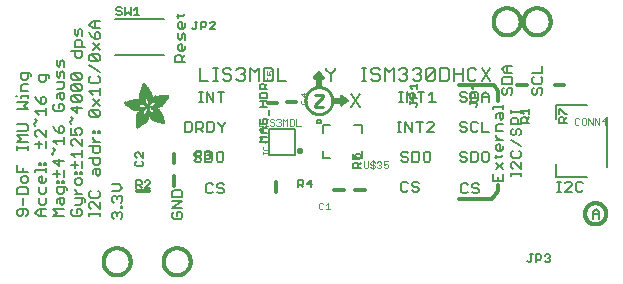
<source format=gbr>
G04 EAGLE Gerber RS-274X export*
G75*
%MOMM*%
%FSLAX34Y34*%
%LPD*%
%INSilkscreen Top*%
%IPPOS*%
%AMOC8*
5,1,8,0,0,1.08239X$1,22.5*%
G01*
%ADD10C,0.152400*%
%ADD11C,0.177800*%
%ADD12C,0.254000*%
%ADD13C,0.127000*%
%ADD14C,0.304800*%
%ADD15C,0.101600*%
%ADD16C,0.050800*%
%ADD17C,0.203200*%
%ADD18R,0.006300X0.050800*%
%ADD19R,0.006400X0.082600*%
%ADD20R,0.006300X0.120600*%
%ADD21R,0.006400X0.139700*%
%ADD22R,0.006300X0.158800*%
%ADD23R,0.006400X0.177800*%
%ADD24R,0.006300X0.196800*%
%ADD25R,0.006400X0.215900*%
%ADD26R,0.006300X0.228600*%
%ADD27R,0.006400X0.241300*%
%ADD28R,0.006300X0.254000*%
%ADD29R,0.006400X0.266700*%
%ADD30R,0.006300X0.279400*%
%ADD31R,0.006400X0.285700*%
%ADD32R,0.006300X0.298400*%
%ADD33R,0.006400X0.311200*%
%ADD34R,0.006300X0.317500*%
%ADD35R,0.006400X0.330200*%
%ADD36R,0.006300X0.336600*%
%ADD37R,0.006400X0.349200*%
%ADD38R,0.006300X0.361900*%
%ADD39R,0.006400X0.368300*%
%ADD40R,0.006300X0.381000*%
%ADD41R,0.006400X0.387300*%
%ADD42R,0.006300X0.393700*%
%ADD43R,0.006400X0.406400*%
%ADD44R,0.006300X0.412700*%
%ADD45R,0.006400X0.419100*%
%ADD46R,0.006300X0.431800*%
%ADD47R,0.006400X0.438100*%
%ADD48R,0.006300X0.450800*%
%ADD49R,0.006400X0.457200*%
%ADD50R,0.006300X0.463500*%
%ADD51R,0.006400X0.476200*%
%ADD52R,0.006300X0.482600*%
%ADD53R,0.006400X0.488900*%
%ADD54R,0.006300X0.501600*%
%ADD55R,0.006400X0.508000*%
%ADD56R,0.006300X0.514300*%
%ADD57R,0.006400X0.527000*%
%ADD58R,0.006300X0.533400*%
%ADD59R,0.006400X0.546100*%
%ADD60R,0.006300X0.552400*%
%ADD61R,0.006400X0.558800*%
%ADD62R,0.006300X0.571500*%
%ADD63R,0.006400X0.577800*%
%ADD64R,0.006300X0.584200*%
%ADD65R,0.006400X0.596900*%
%ADD66R,0.006300X0.603200*%
%ADD67R,0.006400X0.609600*%
%ADD68R,0.006300X0.622300*%
%ADD69R,0.006400X0.628600*%
%ADD70R,0.006300X0.641300*%
%ADD71R,0.006400X0.647700*%
%ADD72R,0.006300X0.063500*%
%ADD73R,0.006300X0.654000*%
%ADD74R,0.006400X0.101600*%
%ADD75R,0.006400X0.666700*%
%ADD76R,0.006300X0.139700*%
%ADD77R,0.006300X0.673100*%
%ADD78R,0.006400X0.165100*%
%ADD79R,0.006400X0.679400*%
%ADD80R,0.006300X0.196900*%
%ADD81R,0.006300X0.692100*%
%ADD82R,0.006400X0.222200*%
%ADD83R,0.006400X0.698500*%
%ADD84R,0.006300X0.247700*%
%ADD85R,0.006300X0.704800*%
%ADD86R,0.006400X0.279400*%
%ADD87R,0.006400X0.717500*%
%ADD88R,0.006300X0.298500*%
%ADD89R,0.006300X0.723900*%
%ADD90R,0.006400X0.736600*%
%ADD91R,0.006300X0.342900*%
%ADD92R,0.006300X0.742900*%
%ADD93R,0.006400X0.374700*%
%ADD94R,0.006400X0.749300*%
%ADD95R,0.006300X0.762000*%
%ADD96R,0.006400X0.412700*%
%ADD97R,0.006400X0.768300*%
%ADD98R,0.006300X0.438100*%
%ADD99R,0.006300X0.774700*%
%ADD100R,0.006400X0.463600*%
%ADD101R,0.006400X0.787400*%
%ADD102R,0.006300X0.793700*%
%ADD103R,0.006400X0.495300*%
%ADD104R,0.006400X0.800100*%
%ADD105R,0.006300X0.520700*%
%ADD106R,0.006300X0.812800*%
%ADD107R,0.006400X0.533400*%
%ADD108R,0.006400X0.819100*%
%ADD109R,0.006300X0.558800*%
%ADD110R,0.006300X0.825500*%
%ADD111R,0.006400X0.577900*%
%ADD112R,0.006400X0.831800*%
%ADD113R,0.006300X0.596900*%
%ADD114R,0.006300X0.844500*%
%ADD115R,0.006400X0.616000*%
%ADD116R,0.006400X0.850900*%
%ADD117R,0.006300X0.635000*%
%ADD118R,0.006300X0.857200*%
%ADD119R,0.006400X0.654100*%
%ADD120R,0.006400X0.863600*%
%ADD121R,0.006300X0.666700*%
%ADD122R,0.006300X0.869900*%
%ADD123R,0.006400X0.685800*%
%ADD124R,0.006400X0.876300*%
%ADD125R,0.006300X0.882600*%
%ADD126R,0.006400X0.723900*%
%ADD127R,0.006400X0.889000*%
%ADD128R,0.006300X0.895300*%
%ADD129R,0.006400X0.755700*%
%ADD130R,0.006400X0.901700*%
%ADD131R,0.006300X0.908000*%
%ADD132R,0.006400X0.793800*%
%ADD133R,0.006400X0.914400*%
%ADD134R,0.006300X0.806400*%
%ADD135R,0.006300X0.920700*%
%ADD136R,0.006400X0.825500*%
%ADD137R,0.006400X0.927100*%
%ADD138R,0.006300X0.933400*%
%ADD139R,0.006400X0.857300*%
%ADD140R,0.006400X0.939800*%
%ADD141R,0.006300X0.870000*%
%ADD142R,0.006300X0.939800*%
%ADD143R,0.006400X0.946100*%
%ADD144R,0.006300X0.952500*%
%ADD145R,0.006400X0.908000*%
%ADD146R,0.006400X0.958800*%
%ADD147R,0.006300X0.965200*%
%ADD148R,0.006400X0.965200*%
%ADD149R,0.006300X0.971500*%
%ADD150R,0.006400X0.952500*%
%ADD151R,0.006400X0.977900*%
%ADD152R,0.006300X0.958800*%
%ADD153R,0.006300X0.984200*%
%ADD154R,0.006400X0.971500*%
%ADD155R,0.006400X0.984200*%
%ADD156R,0.006300X0.990600*%
%ADD157R,0.006400X0.984300*%
%ADD158R,0.006400X0.996900*%
%ADD159R,0.006300X0.997000*%
%ADD160R,0.006300X0.996900*%
%ADD161R,0.006400X1.003300*%
%ADD162R,0.006300X1.016000*%
%ADD163R,0.006300X1.009600*%
%ADD164R,0.006400X1.016000*%
%ADD165R,0.006400X1.009600*%
%ADD166R,0.006300X1.022300*%
%ADD167R,0.006400X1.028700*%
%ADD168R,0.006300X1.035100*%
%ADD169R,0.006400X1.047800*%
%ADD170R,0.006300X1.054100*%
%ADD171R,0.006300X1.028700*%
%ADD172R,0.006400X1.054100*%
%ADD173R,0.006400X1.035000*%
%ADD174R,0.006300X1.060400*%
%ADD175R,0.006300X1.035000*%
%ADD176R,0.006400X1.060500*%
%ADD177R,0.006400X1.041400*%
%ADD178R,0.006300X1.066800*%
%ADD179R,0.006300X1.041400*%
%ADD180R,0.006400X1.079500*%
%ADD181R,0.006400X1.047700*%
%ADD182R,0.006300X1.085900*%
%ADD183R,0.006300X1.047700*%
%ADD184R,0.006400X1.085800*%
%ADD185R,0.006300X1.092200*%
%ADD186R,0.006400X1.085900*%
%ADD187R,0.006300X1.098600*%
%ADD188R,0.006400X1.098600*%
%ADD189R,0.006400X1.060400*%
%ADD190R,0.006300X1.104900*%
%ADD191R,0.006400X1.104900*%
%ADD192R,0.006400X1.066800*%
%ADD193R,0.006300X1.111200*%
%ADD194R,0.006400X1.117600*%
%ADD195R,0.006300X1.117600*%
%ADD196R,0.006300X1.073100*%
%ADD197R,0.006400X1.073100*%
%ADD198R,0.006300X1.124000*%
%ADD199R,0.006300X1.079500*%
%ADD200R,0.006400X1.123900*%
%ADD201R,0.006300X1.130300*%
%ADD202R,0.006400X1.130300*%
%ADD203R,0.006400X1.136700*%
%ADD204R,0.006300X1.136700*%
%ADD205R,0.006300X1.085800*%
%ADD206R,0.006400X1.136600*%
%ADD207R,0.006300X1.136600*%
%ADD208R,0.006400X1.143000*%
%ADD209R,0.006300X1.143000*%
%ADD210R,0.006300X1.149400*%
%ADD211R,0.006300X1.149300*%
%ADD212R,0.006400X1.149300*%
%ADD213R,0.006400X1.149400*%
%ADD214R,0.006400X1.155700*%
%ADD215R,0.006300X1.155700*%
%ADD216R,0.006300X1.060500*%
%ADD217R,0.006400X2.197100*%
%ADD218R,0.006300X2.197100*%
%ADD219R,0.006300X2.184400*%
%ADD220R,0.006400X2.184400*%
%ADD221R,0.006400X2.171700*%
%ADD222R,0.006300X2.171700*%
%ADD223R,0.006400X1.530300*%
%ADD224R,0.006300X1.505000*%
%ADD225R,0.006400X1.492300*%
%ADD226R,0.006300X1.485900*%
%ADD227R,0.006300X0.565200*%
%ADD228R,0.006400X1.473200*%
%ADD229R,0.006400X0.565200*%
%ADD230R,0.006300X1.460500*%
%ADD231R,0.006400X1.454100*%
%ADD232R,0.006400X0.552400*%
%ADD233R,0.006300X1.441500*%
%ADD234R,0.006300X0.546100*%
%ADD235R,0.006400X1.435100*%
%ADD236R,0.006400X0.539800*%
%ADD237R,0.006300X1.428800*%
%ADD238R,0.006400X1.422400*%
%ADD239R,0.006300X1.409700*%
%ADD240R,0.006300X0.527100*%
%ADD241R,0.006400X1.403300*%
%ADD242R,0.006400X0.527100*%
%ADD243R,0.006300X1.390700*%
%ADD244R,0.006400X1.384300*%
%ADD245R,0.006400X0.520700*%
%ADD246R,0.006300X1.384300*%
%ADD247R,0.006300X0.514400*%
%ADD248R,0.006400X1.371600*%
%ADD249R,0.006300X1.365200*%
%ADD250R,0.006300X0.508000*%
%ADD251R,0.006400X1.352600*%
%ADD252R,0.006400X0.501700*%
%ADD253R,0.006300X0.711200*%
%ADD254R,0.006300X0.603300*%
%ADD255R,0.006300X0.501700*%
%ADD256R,0.006400X0.692100*%
%ADD257R,0.006400X0.571500*%
%ADD258R,0.006300X0.679400*%
%ADD259R,0.006300X0.495300*%
%ADD260R,0.006400X0.673100*%
%ADD261R,0.006300X0.666800*%
%ADD262R,0.006300X0.488900*%
%ADD263R,0.006400X0.660400*%
%ADD264R,0.006400X0.482600*%
%ADD265R,0.006300X0.476200*%
%ADD266R,0.006400X0.654000*%
%ADD267R,0.006400X0.469900*%
%ADD268R,0.006400X0.476300*%
%ADD269R,0.006300X0.647700*%
%ADD270R,0.006300X0.457200*%
%ADD271R,0.006300X0.469900*%
%ADD272R,0.006400X0.641300*%
%ADD273R,0.006400X0.444500*%
%ADD274R,0.006300X0.463600*%
%ADD275R,0.006400X0.635000*%
%ADD276R,0.006400X0.463500*%
%ADD277R,0.006400X0.393700*%
%ADD278R,0.006400X0.450800*%
%ADD279R,0.006300X0.628600*%
%ADD280R,0.006300X0.387400*%
%ADD281R,0.006300X0.450900*%
%ADD282R,0.006400X0.628700*%
%ADD283R,0.006400X0.374600*%
%ADD284R,0.006300X0.368300*%
%ADD285R,0.006300X0.438200*%
%ADD286R,0.006400X0.622300*%
%ADD287R,0.006400X0.355600*%
%ADD288R,0.006400X0.431800*%
%ADD289R,0.006300X0.349300*%
%ADD290R,0.006300X0.425400*%
%ADD291R,0.006300X0.615900*%
%ADD292R,0.006300X0.330200*%
%ADD293R,0.006300X0.419100*%
%ADD294R,0.006300X0.616000*%
%ADD295R,0.006300X0.311200*%
%ADD296R,0.006300X0.406400*%
%ADD297R,0.006400X0.615900*%
%ADD298R,0.006400X0.304800*%
%ADD299R,0.006400X0.158800*%
%ADD300R,0.006300X0.609600*%
%ADD301R,0.006300X0.292100*%
%ADD302R,0.006300X0.235000*%
%ADD303R,0.006400X0.387400*%
%ADD304R,0.006400X0.292100*%
%ADD305R,0.006300X0.336500*%
%ADD306R,0.006300X0.260400*%
%ADD307R,0.006400X0.603300*%
%ADD308R,0.006400X0.260400*%
%ADD309R,0.006400X0.362000*%
%ADD310R,0.006400X0.450900*%
%ADD311R,0.006300X0.355600*%
%ADD312R,0.006400X0.342900*%
%ADD313R,0.006400X0.514300*%
%ADD314R,0.006300X0.234900*%
%ADD315R,0.006300X0.539700*%
%ADD316R,0.006400X0.603200*%
%ADD317R,0.006400X0.234900*%
%ADD318R,0.006400X0.920700*%
%ADD319R,0.006400X0.958900*%
%ADD320R,0.006300X0.215900*%
%ADD321R,0.006400X0.209600*%
%ADD322R,0.006300X0.203200*%
%ADD323R,0.006300X1.003300*%
%ADD324R,0.006400X0.203200*%
%ADD325R,0.006400X0.196900*%
%ADD326R,0.006300X0.190500*%
%ADD327R,0.006400X0.190500*%
%ADD328R,0.006300X0.184200*%
%ADD329R,0.006400X0.590500*%
%ADD330R,0.006400X0.184200*%
%ADD331R,0.006300X0.590500*%
%ADD332R,0.006300X0.177800*%
%ADD333R,0.006400X0.584200*%
%ADD334R,0.006400X1.168400*%
%ADD335R,0.006300X0.171500*%
%ADD336R,0.006300X1.187500*%
%ADD337R,0.006400X1.200100*%
%ADD338R,0.006300X0.577800*%
%ADD339R,0.006300X1.212900*%
%ADD340R,0.006400X1.231900*%
%ADD341R,0.006300X1.250900*%
%ADD342R,0.006400X0.565100*%
%ADD343R,0.006400X0.184100*%
%ADD344R,0.006400X1.263700*%
%ADD345R,0.006300X0.565100*%
%ADD346R,0.006300X1.289100*%
%ADD347R,0.006400X1.314400*%
%ADD348R,0.006300X0.552500*%
%ADD349R,0.006300X1.568500*%
%ADD350R,0.006400X0.552500*%
%ADD351R,0.006400X1.581200*%
%ADD352R,0.006300X1.593800*%
%ADD353R,0.006400X1.606500*%
%ADD354R,0.006300X1.619300*%
%ADD355R,0.006400X0.514400*%
%ADD356R,0.006400X1.638300*%
%ADD357R,0.006300X1.657300*%
%ADD358R,0.006400X2.209800*%
%ADD359R,0.006300X2.425700*%
%ADD360R,0.006400X2.470100*%
%ADD361R,0.006300X2.501900*%
%ADD362R,0.006400X2.533700*%
%ADD363R,0.006300X2.559000*%
%ADD364R,0.006400X2.584500*%
%ADD365R,0.006300X2.609900*%
%ADD366R,0.006400X2.628900*%
%ADD367R,0.006300X2.660600*%
%ADD368R,0.006400X2.673400*%
%ADD369R,0.006300X1.422400*%
%ADD370R,0.006300X1.200200*%
%ADD371R,0.006300X1.365300*%
%ADD372R,0.006400X1.365300*%
%ADD373R,0.006300X1.352500*%
%ADD374R,0.006300X1.098500*%
%ADD375R,0.006400X1.358900*%
%ADD376R,0.006300X1.352600*%
%ADD377R,0.006300X1.358900*%
%ADD378R,0.006300X1.371600*%
%ADD379R,0.006400X1.377900*%
%ADD380R,0.006400X1.397000*%
%ADD381R,0.006300X1.403300*%
%ADD382R,0.006300X0.914400*%
%ADD383R,0.006300X0.876300*%
%ADD384R,0.006300X0.374600*%
%ADD385R,0.006400X1.073200*%
%ADD386R,0.006300X0.374700*%
%ADD387R,0.006400X0.844600*%
%ADD388R,0.006300X0.844600*%
%ADD389R,0.006400X0.831900*%
%ADD390R,0.006400X1.092200*%
%ADD391R,0.006300X0.400000*%
%ADD392R,0.006400X0.819200*%
%ADD393R,0.006400X1.111300*%
%ADD394R,0.006400X0.812800*%
%ADD395R,0.006300X0.800100*%
%ADD396R,0.006300X0.476300*%
%ADD397R,0.006300X1.181100*%
%ADD398R,0.006400X0.501600*%
%ADD399R,0.006400X1.193800*%
%ADD400R,0.006400X0.781000*%
%ADD401R,0.006400X1.238200*%
%ADD402R,0.006300X0.781100*%
%ADD403R,0.006300X1.257300*%
%ADD404R,0.006400X1.295400*%
%ADD405R,0.006300X1.333500*%
%ADD406R,0.006400X0.774700*%
%ADD407R,0.006400X1.866900*%
%ADD408R,0.006300X0.209600*%
%ADD409R,0.006300X1.866900*%
%ADD410R,0.006400X0.768400*%
%ADD411R,0.006400X0.209500*%
%ADD412R,0.006400X1.860600*%
%ADD413R,0.006400X0.762000*%
%ADD414R,0.006300X0.768400*%
%ADD415R,0.006300X1.860600*%
%ADD416R,0.006400X1.860500*%
%ADD417R,0.006300X0.222300*%
%ADD418R,0.006300X1.854200*%
%ADD419R,0.006400X0.235000*%
%ADD420R,0.006400X1.854200*%
%ADD421R,0.006300X0.768300*%
%ADD422R,0.006400X0.260300*%
%ADD423R,0.006400X1.847800*%
%ADD424R,0.006300X0.266700*%
%ADD425R,0.006300X1.847800*%
%ADD426R,0.006400X0.273100*%
%ADD427R,0.006400X1.841500*%
%ADD428R,0.006300X0.285800*%
%ADD429R,0.006300X1.841500*%
%ADD430R,0.006400X0.298500*%
%ADD431R,0.006400X1.835100*%
%ADD432R,0.006300X0.781000*%
%ADD433R,0.006300X0.304800*%
%ADD434R,0.006300X1.835100*%
%ADD435R,0.006400X0.317500*%
%ADD436R,0.006400X1.828800*%
%ADD437R,0.006300X0.787400*%
%ADD438R,0.006300X0.323800*%
%ADD439R,0.006300X1.828800*%
%ADD440R,0.006400X0.793700*%
%ADD441R,0.006400X1.822400*%
%ADD442R,0.006300X0.806500*%
%ADD443R,0.006300X1.822400*%
%ADD444R,0.006400X1.816100*%
%ADD445R,0.006300X0.819100*%
%ADD446R,0.006300X0.387300*%
%ADD447R,0.006300X1.816100*%
%ADD448R,0.006400X1.809800*%
%ADD449R,0.006300X1.803400*%
%ADD450R,0.006400X1.797000*%
%ADD451R,0.006300X0.901700*%
%ADD452R,0.006300X1.797000*%
%ADD453R,0.006400X1.441400*%
%ADD454R,0.006400X1.790700*%
%ADD455R,0.006300X1.447800*%
%ADD456R,0.006300X1.784300*%
%ADD457R,0.006400X1.447800*%
%ADD458R,0.006400X1.784300*%
%ADD459R,0.006300X1.454100*%
%ADD460R,0.006300X1.771700*%
%ADD461R,0.006400X1.460500*%
%ADD462R,0.006400X1.759000*%
%ADD463R,0.006300X1.466800*%
%ADD464R,0.006300X1.752600*%
%ADD465R,0.006400X1.466800*%
%ADD466R,0.006400X1.739900*%
%ADD467R,0.006300X1.473200*%
%ADD468R,0.006300X1.727200*%
%ADD469R,0.006400X1.479500*%
%ADD470R,0.006400X1.714500*%
%ADD471R,0.006300X1.695400*%
%ADD472R,0.006400X1.485900*%
%ADD473R,0.006400X1.682700*%
%ADD474R,0.006300X1.492200*%
%ADD475R,0.006300X1.663700*%
%ADD476R,0.006400X1.498600*%
%ADD477R,0.006400X1.644600*%
%ADD478R,0.006300X1.498600*%
%ADD479R,0.006300X1.619200*%
%ADD480R,0.006400X1.511300*%
%ADD481R,0.006400X1.600200*%
%ADD482R,0.006300X1.517700*%
%ADD483R,0.006300X1.574800*%
%ADD484R,0.006400X1.524000*%
%ADD485R,0.006400X1.555800*%
%ADD486R,0.006300X1.524000*%
%ADD487R,0.006300X1.536700*%
%ADD488R,0.006400X1.530400*%
%ADD489R,0.006400X1.517700*%
%ADD490R,0.006300X1.492300*%
%ADD491R,0.006400X1.549400*%
%ADD492R,0.006400X1.479600*%
%ADD493R,0.006300X1.549400*%
%ADD494R,0.006400X1.555700*%
%ADD495R,0.006300X1.562100*%
%ADD496R,0.006300X0.323900*%
%ADD497R,0.006400X1.568400*%
%ADD498R,0.006400X0.336600*%
%ADD499R,0.006300X1.587500*%
%ADD500R,0.006300X0.971600*%
%ADD501R,0.006400X0.349300*%
%ADD502R,0.006300X1.600200*%
%ADD503R,0.006300X0.920800*%
%ADD504R,0.006400X0.882700*%
%ADD505R,0.006300X1.612900*%
%ADD506R,0.006300X0.362000*%
%ADD507R,0.006400X1.625600*%
%ADD508R,0.006300X1.625600*%
%ADD509R,0.006300X1.644600*%
%ADD510R,0.006300X0.736600*%
%ADD511R,0.006400X0.717600*%
%ADD512R,0.006300X1.657400*%
%ADD513R,0.006300X0.679500*%
%ADD514R,0.006400X1.663700*%
%ADD515R,0.006400X0.400000*%
%ADD516R,0.006300X1.676400*%
%ADD517R,0.006400X1.676400*%
%ADD518R,0.006400X0.425500*%
%ADD519R,0.006400X1.352500*%
%ADD520R,0.006300X0.444500*%
%ADD521R,0.006400X0.361900*%
%ADD522R,0.006300X0.088900*%
%ADD523R,0.006300X1.009700*%
%ADD524R,0.006400X1.009700*%
%ADD525R,0.006400X1.022300*%
%ADD526R,0.006400X1.346200*%
%ADD527R,0.006300X1.346200*%
%ADD528R,0.006400X1.339900*%
%ADD529R,0.006400X1.035100*%
%ADD530R,0.006300X1.339800*%
%ADD531R,0.006400X1.333500*%
%ADD532R,0.006400X1.327200*%
%ADD533R,0.006300X1.320800*%
%ADD534R,0.006400X1.314500*%
%ADD535R,0.006300X1.314400*%
%ADD536R,0.006400X1.301700*%
%ADD537R,0.006300X1.295400*%
%ADD538R,0.006400X1.289000*%
%ADD539R,0.006300X1.276300*%
%ADD540R,0.006300X1.251000*%
%ADD541R,0.006400X1.244600*%
%ADD542R,0.006300X1.231900*%
%ADD543R,0.006400X1.212800*%
%ADD544R,0.006300X1.200100*%
%ADD545R,0.006400X1.187400*%
%ADD546R,0.006300X1.168400*%
%ADD547R,0.006300X1.047800*%
%ADD548R,0.006300X0.977900*%
%ADD549R,0.006400X0.946200*%
%ADD550R,0.006400X0.933400*%
%ADD551R,0.006400X0.895300*%
%ADD552R,0.006300X0.882700*%
%ADD553R,0.006300X0.863600*%
%ADD554R,0.006400X0.857200*%
%ADD555R,0.006300X0.850900*%
%ADD556R,0.006300X0.838200*%
%ADD557R,0.006400X0.806500*%
%ADD558R,0.006300X0.717600*%
%ADD559R,0.006400X0.711200*%
%ADD560R,0.006400X0.641400*%
%ADD561R,0.006300X0.641400*%
%ADD562R,0.006300X0.628700*%
%ADD563R,0.006300X0.590600*%
%ADD564R,0.006400X0.539700*%
%ADD565R,0.006300X0.285700*%
%ADD566R,0.006300X0.222200*%
%ADD567R,0.006300X0.171400*%
%ADD568R,0.006400X0.152400*%
%ADD569R,0.006300X0.133400*%

G36*
X278932Y144151D02*
X278932Y144151D01*
X279042Y144158D01*
X279089Y144173D01*
X279138Y144180D01*
X279240Y144222D01*
X279344Y144256D01*
X279386Y144283D01*
X279432Y144301D01*
X279567Y144390D01*
X284647Y148200D01*
X284697Y148248D01*
X284751Y148287D01*
X284794Y148339D01*
X284850Y148391D01*
X284861Y148407D01*
X284875Y148421D01*
X284915Y148486D01*
X284953Y148532D01*
X284979Y148587D01*
X285025Y148656D01*
X285031Y148675D01*
X285041Y148692D01*
X285066Y148771D01*
X285089Y148820D01*
X285099Y148874D01*
X285128Y148957D01*
X285129Y148977D01*
X285135Y148996D01*
X285139Y149084D01*
X285149Y149132D01*
X285146Y149182D01*
X285153Y149274D01*
X285150Y149294D01*
X285150Y149313D01*
X285132Y149404D01*
X285129Y149450D01*
X285115Y149494D01*
X285098Y149588D01*
X285090Y149606D01*
X285086Y149625D01*
X285044Y149711D01*
X285031Y149752D01*
X285007Y149789D01*
X284968Y149878D01*
X284955Y149893D01*
X284947Y149911D01*
X284884Y149984D01*
X284861Y150021D01*
X284829Y150051D01*
X284769Y150126D01*
X284748Y150144D01*
X284740Y150153D01*
X284724Y150164D01*
X284647Y150230D01*
X279567Y154040D01*
X279562Y154043D01*
X279558Y154047D01*
X279521Y154067D01*
X279486Y154096D01*
X279386Y154143D01*
X279290Y154198D01*
X279242Y154211D01*
X279198Y154232D01*
X279090Y154253D01*
X278983Y154282D01*
X278934Y154282D01*
X278886Y154292D01*
X278832Y154288D01*
X278811Y154290D01*
X278805Y154290D01*
X278767Y154285D01*
X278665Y154287D01*
X278617Y154275D01*
X278568Y154272D01*
X278507Y154252D01*
X278489Y154250D01*
X278453Y154236D01*
X278356Y154212D01*
X278312Y154189D01*
X278266Y154174D01*
X278212Y154140D01*
X278194Y154133D01*
X278160Y154108D01*
X278075Y154063D01*
X278039Y154030D01*
X277997Y154004D01*
X277956Y153960D01*
X277936Y153946D01*
X277907Y153910D01*
X277840Y153849D01*
X277813Y153808D01*
X277779Y153772D01*
X277752Y153723D01*
X277734Y153701D01*
X277711Y153654D01*
X277665Y153584D01*
X277649Y153537D01*
X277625Y153494D01*
X277613Y153444D01*
X277598Y153413D01*
X277587Y153355D01*
X277562Y153283D01*
X277558Y153234D01*
X277546Y153186D01*
X277542Y153119D01*
X277538Y153101D01*
X277539Y153083D01*
X277536Y153025D01*
X277536Y151754D01*
X272455Y151754D01*
X272337Y151739D01*
X272218Y151732D01*
X272180Y151719D01*
X272139Y151714D01*
X272029Y151671D01*
X271916Y151634D01*
X271881Y151612D01*
X271844Y151597D01*
X271748Y151528D01*
X271647Y151464D01*
X271619Y151434D01*
X271586Y151411D01*
X271511Y151319D01*
X271429Y151232D01*
X271409Y151197D01*
X271384Y151166D01*
X271333Y151058D01*
X271275Y150954D01*
X271265Y150914D01*
X271248Y150878D01*
X271226Y150761D01*
X271196Y150646D01*
X271192Y150586D01*
X271188Y150566D01*
X271188Y150563D01*
X271189Y150544D01*
X271186Y150485D01*
X271186Y147945D01*
X271201Y147827D01*
X271208Y147708D01*
X271221Y147670D01*
X271226Y147629D01*
X271269Y147519D01*
X271306Y147406D01*
X271328Y147371D01*
X271343Y147334D01*
X271413Y147238D01*
X271476Y147137D01*
X271506Y147109D01*
X271529Y147076D01*
X271621Y147001D01*
X271708Y146919D01*
X271743Y146899D01*
X271774Y146874D01*
X271882Y146823D01*
X271986Y146765D01*
X272026Y146755D01*
X272062Y146738D01*
X272179Y146716D01*
X272294Y146686D01*
X272355Y146682D01*
X272375Y146678D01*
X272395Y146680D01*
X272455Y146676D01*
X277536Y146676D01*
X277536Y145405D01*
X277542Y145356D01*
X277540Y145307D01*
X277562Y145199D01*
X277576Y145089D01*
X277594Y145044D01*
X277604Y144995D01*
X277652Y144896D01*
X277693Y144794D01*
X277722Y144754D01*
X277743Y144709D01*
X277815Y144626D01*
X277879Y144536D01*
X277918Y144505D01*
X277950Y144467D01*
X278040Y144404D01*
X278124Y144334D01*
X278169Y144313D01*
X278210Y144284D01*
X278313Y144245D01*
X278412Y144198D01*
X278461Y144189D01*
X278507Y144171D01*
X278617Y144159D01*
X278725Y144138D01*
X278774Y144141D01*
X278823Y144136D01*
X278932Y144151D01*
G37*
G36*
X261063Y160681D02*
X261063Y160681D01*
X261182Y160688D01*
X261220Y160701D01*
X261261Y160706D01*
X261371Y160749D01*
X261484Y160786D01*
X261519Y160808D01*
X261556Y160823D01*
X261652Y160893D01*
X261753Y160956D01*
X261781Y160986D01*
X261814Y161009D01*
X261890Y161101D01*
X261971Y161188D01*
X261991Y161223D01*
X262016Y161254D01*
X262067Y161362D01*
X262125Y161466D01*
X262135Y161506D01*
X262152Y161542D01*
X262174Y161659D01*
X262204Y161774D01*
X262208Y161835D01*
X262212Y161855D01*
X262210Y161875D01*
X262214Y161935D01*
X262214Y167016D01*
X263485Y167016D01*
X263534Y167022D01*
X263583Y167020D01*
X263691Y167042D01*
X263801Y167056D01*
X263846Y167074D01*
X263895Y167084D01*
X263994Y167132D01*
X264096Y167173D01*
X264136Y167202D01*
X264181Y167223D01*
X264264Y167295D01*
X264354Y167359D01*
X264385Y167398D01*
X264423Y167430D01*
X264486Y167520D01*
X264556Y167604D01*
X264577Y167649D01*
X264606Y167690D01*
X264645Y167793D01*
X264692Y167892D01*
X264701Y167941D01*
X264719Y167987D01*
X264731Y168097D01*
X264752Y168205D01*
X264749Y168254D01*
X264754Y168303D01*
X264739Y168412D01*
X264732Y168522D01*
X264717Y168569D01*
X264710Y168618D01*
X264668Y168720D01*
X264634Y168824D01*
X264607Y168866D01*
X264589Y168912D01*
X264500Y169047D01*
X260690Y174127D01*
X260672Y174146D01*
X260659Y174166D01*
X260586Y174235D01*
X260499Y174330D01*
X260483Y174341D01*
X260469Y174355D01*
X260438Y174374D01*
X260427Y174384D01*
X260372Y174415D01*
X260350Y174428D01*
X260234Y174505D01*
X260215Y174511D01*
X260198Y174521D01*
X260153Y174535D01*
X260149Y174538D01*
X260126Y174544D01*
X260065Y174563D01*
X259933Y174608D01*
X259913Y174609D01*
X259894Y174615D01*
X259812Y174619D01*
X259698Y174626D01*
X259616Y174633D01*
X259596Y174630D01*
X259577Y174630D01*
X259440Y174602D01*
X259360Y174588D01*
X259354Y174588D01*
X259353Y174587D01*
X259302Y174578D01*
X259284Y174570D01*
X259265Y174566D01*
X259140Y174505D01*
X259098Y174486D01*
X259059Y174471D01*
X259051Y174465D01*
X259013Y174448D01*
X258997Y174435D01*
X258979Y174427D01*
X258873Y174336D01*
X258870Y174333D01*
X258801Y174284D01*
X258789Y174269D01*
X258764Y174249D01*
X258746Y174228D01*
X258737Y174220D01*
X258726Y174204D01*
X258660Y174127D01*
X254850Y169047D01*
X254825Y169004D01*
X254794Y168966D01*
X254747Y168866D01*
X254692Y168770D01*
X254679Y168722D01*
X254658Y168678D01*
X254637Y168570D01*
X254608Y168463D01*
X254608Y168414D01*
X254598Y168366D01*
X254605Y168256D01*
X254603Y168145D01*
X254615Y168097D01*
X254618Y168048D01*
X254652Y167944D01*
X254678Y167836D01*
X254701Y167792D01*
X254716Y167746D01*
X254775Y167653D01*
X254827Y167555D01*
X254860Y167519D01*
X254886Y167477D01*
X254967Y167401D01*
X255041Y167320D01*
X255082Y167293D01*
X255118Y167259D01*
X255214Y167206D01*
X255306Y167145D01*
X255353Y167129D01*
X255396Y167105D01*
X255503Y167078D01*
X255607Y167042D01*
X255656Y167038D01*
X255704Y167026D01*
X255865Y167016D01*
X257136Y167016D01*
X257136Y161935D01*
X257151Y161817D01*
X257158Y161698D01*
X257171Y161660D01*
X257176Y161619D01*
X257219Y161509D01*
X257256Y161396D01*
X257278Y161361D01*
X257293Y161324D01*
X257363Y161228D01*
X257426Y161127D01*
X257456Y161099D01*
X257479Y161066D01*
X257571Y160991D01*
X257658Y160909D01*
X257693Y160889D01*
X257724Y160864D01*
X257832Y160813D01*
X257936Y160755D01*
X257976Y160745D01*
X258012Y160728D01*
X258129Y160706D01*
X258244Y160676D01*
X258305Y160672D01*
X258325Y160668D01*
X258345Y160670D01*
X258405Y160666D01*
X260945Y160666D01*
X261063Y160681D01*
G37*
D10*
X384921Y129885D02*
X383481Y131325D01*
X380600Y131325D01*
X379159Y129885D01*
X379159Y128444D01*
X380600Y127004D01*
X383481Y127004D01*
X384921Y125563D01*
X384921Y124123D01*
X383481Y122682D01*
X380600Y122682D01*
X379159Y124123D01*
X392836Y131325D02*
X394277Y129885D01*
X392836Y131325D02*
X389955Y131325D01*
X388514Y129885D01*
X388514Y124123D01*
X389955Y122682D01*
X392836Y122682D01*
X394277Y124123D01*
X397870Y122682D02*
X397870Y131325D01*
X397870Y122682D02*
X403632Y122682D01*
X329392Y122682D02*
X326511Y122682D01*
X327951Y122682D02*
X327951Y131325D01*
X326511Y131325D02*
X329392Y131325D01*
X332748Y131325D02*
X332748Y122682D01*
X338510Y122682D02*
X332748Y131325D01*
X338510Y131325D02*
X338510Y122682D01*
X344984Y122682D02*
X344984Y131325D01*
X342103Y131325D02*
X347865Y131325D01*
X351458Y122682D02*
X357220Y122682D01*
X351458Y122682D02*
X357220Y128444D01*
X357220Y129885D01*
X355780Y131325D01*
X352899Y131325D01*
X351458Y129885D01*
X383481Y156725D02*
X384921Y155285D01*
X383481Y156725D02*
X380600Y156725D01*
X379159Y155285D01*
X379159Y153844D01*
X380600Y152404D01*
X383481Y152404D01*
X384921Y150963D01*
X384921Y149523D01*
X383481Y148082D01*
X380600Y148082D01*
X379159Y149523D01*
X388514Y148082D02*
X388514Y156725D01*
X388514Y148082D02*
X392836Y148082D01*
X394277Y149523D01*
X394277Y155285D01*
X392836Y156725D01*
X388514Y156725D01*
X397870Y153844D02*
X397870Y148082D01*
X397870Y153844D02*
X400751Y156725D01*
X403632Y153844D01*
X403632Y148082D01*
X403632Y152404D02*
X397870Y152404D01*
D11*
X266055Y175098D02*
X266055Y176920D01*
X266055Y175098D02*
X269699Y171455D01*
X273343Y175098D01*
X273343Y176920D01*
X269699Y171455D02*
X269699Y165989D01*
X287234Y154705D02*
X294522Y143774D01*
X287234Y143774D02*
X294522Y154705D01*
D12*
X263279Y154324D02*
X256500Y154324D01*
X263279Y154324D02*
X263279Y152629D01*
X256500Y145850D01*
X256500Y144155D01*
X263279Y144155D01*
X259755Y137785D02*
X260031Y137788D01*
X260307Y137798D01*
X260583Y137815D01*
X260858Y137838D01*
X261133Y137868D01*
X261407Y137905D01*
X261679Y137948D01*
X261951Y137998D01*
X262221Y138054D01*
X262490Y138117D01*
X262758Y138186D01*
X263023Y138262D01*
X263287Y138344D01*
X263549Y138433D01*
X263808Y138528D01*
X264065Y138629D01*
X264320Y138736D01*
X264572Y138849D01*
X264821Y138969D01*
X265067Y139094D01*
X265310Y139226D01*
X265550Y139363D01*
X265786Y139506D01*
X266019Y139654D01*
X266248Y139808D01*
X266473Y139968D01*
X266695Y140133D01*
X266912Y140303D01*
X267126Y140479D01*
X267334Y140660D01*
X267539Y140845D01*
X267739Y141036D01*
X267934Y141231D01*
X268125Y141431D01*
X268310Y141636D01*
X268491Y141844D01*
X268667Y142058D01*
X268837Y142275D01*
X269002Y142497D01*
X269162Y142722D01*
X269316Y142951D01*
X269464Y143184D01*
X269607Y143420D01*
X269744Y143660D01*
X269876Y143903D01*
X270001Y144149D01*
X270121Y144398D01*
X270234Y144650D01*
X270341Y144905D01*
X270442Y145162D01*
X270537Y145421D01*
X270626Y145683D01*
X270708Y145947D01*
X270784Y146212D01*
X270853Y146480D01*
X270916Y146749D01*
X270972Y147019D01*
X271022Y147291D01*
X271065Y147563D01*
X271102Y147837D01*
X271132Y148112D01*
X271155Y148387D01*
X271172Y148663D01*
X271182Y148939D01*
X271185Y149215D01*
X259755Y137785D02*
X259479Y137788D01*
X259203Y137798D01*
X258927Y137815D01*
X258652Y137838D01*
X258377Y137868D01*
X258103Y137905D01*
X257831Y137948D01*
X257559Y137998D01*
X257289Y138054D01*
X257020Y138117D01*
X256752Y138186D01*
X256487Y138262D01*
X256223Y138344D01*
X255961Y138433D01*
X255702Y138528D01*
X255445Y138629D01*
X255190Y138736D01*
X254938Y138849D01*
X254689Y138969D01*
X254443Y139094D01*
X254200Y139226D01*
X253960Y139363D01*
X253724Y139506D01*
X253491Y139654D01*
X253262Y139808D01*
X253037Y139968D01*
X252815Y140133D01*
X252598Y140303D01*
X252384Y140479D01*
X252176Y140660D01*
X251971Y140845D01*
X251771Y141036D01*
X251576Y141231D01*
X251385Y141431D01*
X251200Y141636D01*
X251019Y141844D01*
X250843Y142058D01*
X250673Y142275D01*
X250508Y142497D01*
X250348Y142722D01*
X250194Y142951D01*
X250046Y143184D01*
X249903Y143420D01*
X249766Y143660D01*
X249634Y143903D01*
X249509Y144149D01*
X249389Y144398D01*
X249276Y144650D01*
X249169Y144905D01*
X249068Y145162D01*
X248973Y145421D01*
X248884Y145683D01*
X248802Y145947D01*
X248726Y146212D01*
X248657Y146480D01*
X248594Y146749D01*
X248538Y147019D01*
X248488Y147291D01*
X248445Y147563D01*
X248408Y147837D01*
X248378Y148112D01*
X248355Y148387D01*
X248338Y148663D01*
X248328Y148939D01*
X248325Y149215D01*
X248328Y149491D01*
X248338Y149767D01*
X248355Y150043D01*
X248378Y150318D01*
X248408Y150593D01*
X248445Y150867D01*
X248488Y151139D01*
X248538Y151411D01*
X248594Y151681D01*
X248657Y151950D01*
X248726Y152218D01*
X248802Y152483D01*
X248884Y152747D01*
X248973Y153009D01*
X249068Y153268D01*
X249169Y153525D01*
X249276Y153780D01*
X249389Y154032D01*
X249509Y154281D01*
X249634Y154527D01*
X249766Y154770D01*
X249903Y155010D01*
X250046Y155246D01*
X250194Y155479D01*
X250348Y155708D01*
X250508Y155933D01*
X250673Y156155D01*
X250843Y156372D01*
X251019Y156586D01*
X251200Y156794D01*
X251385Y156999D01*
X251576Y157199D01*
X251771Y157394D01*
X251971Y157585D01*
X252176Y157770D01*
X252384Y157951D01*
X252598Y158127D01*
X252815Y158297D01*
X253037Y158462D01*
X253262Y158622D01*
X253491Y158776D01*
X253724Y158924D01*
X253960Y159067D01*
X254200Y159204D01*
X254443Y159336D01*
X254689Y159461D01*
X254938Y159581D01*
X255190Y159694D01*
X255445Y159801D01*
X255702Y159902D01*
X255961Y159997D01*
X256223Y160086D01*
X256487Y160168D01*
X256752Y160244D01*
X257020Y160313D01*
X257289Y160376D01*
X257559Y160432D01*
X257831Y160482D01*
X258103Y160525D01*
X258377Y160562D01*
X258652Y160592D01*
X258927Y160615D01*
X259203Y160632D01*
X259479Y160642D01*
X259755Y160645D01*
X260028Y160647D01*
X260302Y160642D01*
X260575Y160630D01*
X260847Y160611D01*
X261120Y160586D01*
X261391Y160554D01*
X261662Y160516D01*
X261931Y160471D01*
X262200Y160420D01*
X262467Y160362D01*
X262733Y160297D01*
X262997Y160226D01*
X263259Y160149D01*
X263519Y160065D01*
X263777Y159975D01*
X264033Y159879D01*
X264286Y159777D01*
X264537Y159668D01*
X264786Y159554D01*
X265031Y159433D01*
X265273Y159307D01*
X265512Y159174D01*
X265748Y159036D01*
X265981Y158892D01*
X266209Y158743D01*
X266435Y158588D01*
X266656Y158427D01*
X266873Y158261D01*
X267087Y158090D01*
X267296Y157914D01*
X267500Y157733D01*
X267700Y157547D01*
X267896Y157356D01*
X268087Y157160D01*
X268273Y156960D01*
X268454Y156756D01*
X268630Y156547D01*
X268801Y156333D01*
X268967Y156116D01*
X269128Y155895D01*
X269283Y155669D01*
X269432Y155441D01*
X269576Y155208D01*
X269714Y154972D01*
X269847Y154733D01*
X269973Y154491D01*
X270094Y154246D01*
X270208Y153997D01*
X270317Y153746D01*
X270419Y153493D01*
X270515Y153237D01*
X270605Y152979D01*
X270689Y152719D01*
X270766Y152457D01*
X270837Y152193D01*
X270902Y151927D01*
X270960Y151660D01*
X271011Y151391D01*
X271056Y151122D01*
X271094Y150851D01*
X271126Y150580D01*
X271151Y150307D01*
X271170Y150035D01*
X271182Y149762D01*
X271187Y149488D01*
X271185Y149215D01*
D11*
X296158Y165989D02*
X299802Y165989D01*
X297980Y165989D02*
X297980Y176920D01*
X296158Y176920D02*
X299802Y176920D01*
X309420Y176920D02*
X311242Y175098D01*
X309420Y176920D02*
X305776Y176920D01*
X303954Y175098D01*
X303954Y173277D01*
X305776Y171455D01*
X309420Y171455D01*
X311242Y169633D01*
X311242Y167811D01*
X309420Y165989D01*
X305776Y165989D01*
X303954Y167811D01*
X315648Y165989D02*
X315648Y176920D01*
X319292Y173277D01*
X322936Y176920D01*
X322936Y165989D01*
X327342Y175098D02*
X329164Y176920D01*
X332808Y176920D01*
X334629Y175098D01*
X334629Y173277D01*
X332808Y171455D01*
X330986Y171455D01*
X332808Y171455D02*
X334629Y169633D01*
X334629Y167811D01*
X332808Y165989D01*
X329164Y165989D01*
X327342Y167811D01*
X339036Y175098D02*
X340858Y176920D01*
X344502Y176920D01*
X346323Y175098D01*
X346323Y173277D01*
X344502Y171455D01*
X342680Y171455D01*
X344502Y171455D02*
X346323Y169633D01*
X346323Y167811D01*
X344502Y165989D01*
X340858Y165989D01*
X339036Y167811D01*
X350730Y167811D02*
X350730Y175098D01*
X352552Y176920D01*
X356196Y176920D01*
X358017Y175098D01*
X358017Y167811D01*
X356196Y165989D01*
X352552Y165989D01*
X350730Y167811D01*
X358017Y175098D01*
X362424Y176920D02*
X362424Y165989D01*
X367890Y165989D01*
X369711Y167811D01*
X369711Y175098D01*
X367890Y176920D01*
X362424Y176920D01*
X374118Y176920D02*
X374118Y165989D01*
X374118Y171455D02*
X381405Y171455D01*
X381405Y176920D02*
X381405Y165989D01*
X391277Y176920D02*
X393099Y175098D01*
X391277Y176920D02*
X387634Y176920D01*
X385812Y175098D01*
X385812Y167811D01*
X387634Y165989D01*
X391277Y165989D01*
X393099Y167811D01*
X397506Y176920D02*
X404793Y165989D01*
X397506Y165989D02*
X404793Y176920D01*
D13*
X146390Y131453D02*
X146390Y122555D01*
X150838Y122555D01*
X152321Y124038D01*
X152321Y129970D01*
X150838Y131453D01*
X146390Y131453D01*
X155745Y131453D02*
X155745Y122555D01*
X155745Y131453D02*
X160194Y131453D01*
X161677Y129970D01*
X161677Y127004D01*
X160194Y125521D01*
X155745Y125521D01*
X158711Y125521D02*
X161677Y122555D01*
X165100Y122555D02*
X165100Y131453D01*
X165100Y122555D02*
X169549Y122555D01*
X171032Y124038D01*
X171032Y129970D01*
X169549Y131453D01*
X165100Y131453D01*
X174455Y131453D02*
X174455Y129970D01*
X177421Y127004D01*
X180387Y129970D01*
X180387Y131453D01*
X177421Y127004D02*
X177421Y122555D01*
X13335Y52918D02*
X11852Y51435D01*
X13335Y52918D02*
X13335Y55884D01*
X11852Y57367D01*
X5920Y57367D01*
X4437Y55884D01*
X4437Y52918D01*
X5920Y51435D01*
X7403Y51435D01*
X8886Y52918D01*
X8886Y57367D01*
X8886Y60790D02*
X8886Y66722D01*
X4437Y70145D02*
X13335Y70145D01*
X13335Y74594D01*
X11852Y76077D01*
X5920Y76077D01*
X4437Y74594D01*
X4437Y70145D01*
X13335Y80983D02*
X13335Y83949D01*
X11852Y85432D01*
X8886Y85432D01*
X7403Y83949D01*
X7403Y80983D01*
X8886Y79501D01*
X11852Y79501D01*
X13335Y80983D01*
X13335Y88856D02*
X4437Y88856D01*
X4437Y94787D01*
X8886Y91822D02*
X8886Y88856D01*
X13335Y107566D02*
X13335Y110532D01*
X13335Y109049D02*
X4437Y109049D01*
X4437Y107566D02*
X4437Y110532D01*
X4437Y113803D02*
X13335Y113803D01*
X7403Y116769D02*
X4437Y113803D01*
X7403Y116769D02*
X4437Y119735D01*
X13335Y119735D01*
X11852Y123158D02*
X4437Y123158D01*
X11852Y123158D02*
X13335Y124641D01*
X13335Y127607D01*
X11852Y129090D01*
X4437Y129090D01*
X4437Y141868D02*
X13335Y141868D01*
X10369Y144834D01*
X13335Y147800D01*
X4437Y147800D01*
X7403Y151224D02*
X7403Y152707D01*
X13335Y152707D01*
X13335Y151224D02*
X13335Y154190D01*
X4437Y152707D02*
X2954Y152707D01*
X7403Y157460D02*
X13335Y157460D01*
X7403Y157460D02*
X7403Y161909D01*
X8886Y163392D01*
X13335Y163392D01*
X16301Y169781D02*
X16301Y171264D01*
X14818Y172747D01*
X7403Y172747D01*
X7403Y168299D01*
X8886Y166816D01*
X11852Y166816D01*
X13335Y168299D01*
X13335Y172747D01*
X22643Y51435D02*
X28575Y51435D01*
X22643Y51435D02*
X19677Y54401D01*
X22643Y57367D01*
X28575Y57367D01*
X24126Y57367D02*
X24126Y51435D01*
X22643Y62273D02*
X22643Y66722D01*
X22643Y62273D02*
X24126Y60790D01*
X27092Y60790D01*
X28575Y62273D01*
X28575Y66722D01*
X22643Y71628D02*
X22643Y76077D01*
X22643Y71628D02*
X24126Y70145D01*
X27092Y70145D01*
X28575Y71628D01*
X28575Y76077D01*
X28575Y80983D02*
X28575Y83949D01*
X28575Y80983D02*
X27092Y79501D01*
X24126Y79501D01*
X22643Y80983D01*
X22643Y83949D01*
X24126Y85432D01*
X25609Y85432D01*
X25609Y79501D01*
X19677Y88856D02*
X19677Y90339D01*
X28575Y90339D01*
X28575Y88856D02*
X28575Y91822D01*
X22643Y95093D02*
X22643Y96575D01*
X24126Y96575D01*
X24126Y95093D01*
X22643Y95093D01*
X27092Y95093D02*
X27092Y96575D01*
X28575Y96575D01*
X28575Y95093D01*
X27092Y95093D01*
X28575Y109125D02*
X28575Y115057D01*
X22643Y115057D02*
X22643Y109125D01*
X19677Y112091D02*
X25609Y112091D01*
X28575Y118481D02*
X28575Y124412D01*
X28575Y118481D02*
X22643Y124412D01*
X21160Y124412D01*
X19677Y122929D01*
X19677Y119963D01*
X21160Y118481D01*
X19677Y127836D02*
X18194Y129319D01*
X21160Y132284D01*
X19677Y133767D01*
X22643Y137191D02*
X19677Y140157D01*
X28575Y140157D01*
X28575Y137191D02*
X28575Y143123D01*
X21160Y149512D02*
X19677Y152478D01*
X21160Y149512D02*
X24126Y146546D01*
X27092Y146546D01*
X28575Y148029D01*
X28575Y150995D01*
X27092Y152478D01*
X25609Y152478D01*
X24126Y150995D01*
X24126Y146546D01*
X31541Y168222D02*
X31541Y169705D01*
X30058Y171188D01*
X22643Y171188D01*
X22643Y166739D01*
X24126Y165256D01*
X27092Y165256D01*
X28575Y166739D01*
X28575Y171188D01*
X34917Y51435D02*
X43815Y51435D01*
X37883Y54401D02*
X34917Y51435D01*
X37883Y54401D02*
X34917Y57367D01*
X43815Y57367D01*
X37883Y62273D02*
X37883Y65239D01*
X39366Y66722D01*
X43815Y66722D01*
X43815Y62273D01*
X42332Y60790D01*
X40849Y62273D01*
X40849Y66722D01*
X46781Y73111D02*
X46781Y74594D01*
X45298Y76077D01*
X37883Y76077D01*
X37883Y71628D01*
X39366Y70145D01*
X42332Y70145D01*
X43815Y71628D01*
X43815Y76077D01*
X37883Y79501D02*
X37883Y80983D01*
X39366Y80983D01*
X39366Y79501D01*
X37883Y79501D01*
X42332Y79501D02*
X42332Y80983D01*
X43815Y80983D01*
X43815Y79501D01*
X42332Y79501D01*
X43815Y84178D02*
X43815Y90110D01*
X37883Y90110D02*
X37883Y84178D01*
X34917Y87144D02*
X40849Y87144D01*
X43815Y97982D02*
X34917Y97982D01*
X39366Y93533D01*
X39366Y99465D01*
X34917Y102889D02*
X33434Y104371D01*
X36400Y107337D01*
X34917Y108820D01*
X37883Y112244D02*
X34917Y115210D01*
X43815Y115210D01*
X43815Y118175D02*
X43815Y112244D01*
X36400Y124565D02*
X34917Y127531D01*
X36400Y124565D02*
X39366Y121599D01*
X42332Y121599D01*
X43815Y123082D01*
X43815Y126048D01*
X42332Y127531D01*
X40849Y127531D01*
X39366Y126048D01*
X39366Y121599D01*
X34917Y144758D02*
X36400Y146241D01*
X34917Y144758D02*
X34917Y141792D01*
X36400Y140309D01*
X42332Y140309D01*
X43815Y141792D01*
X43815Y144758D01*
X42332Y146241D01*
X39366Y146241D01*
X39366Y143275D01*
X37883Y151147D02*
X37883Y154113D01*
X39366Y155596D01*
X43815Y155596D01*
X43815Y151147D01*
X42332Y149664D01*
X40849Y151147D01*
X40849Y155596D01*
X42332Y159020D02*
X37883Y159020D01*
X42332Y159020D02*
X43815Y160503D01*
X43815Y164951D01*
X37883Y164951D01*
X43815Y168375D02*
X43815Y172824D01*
X42332Y174307D01*
X40849Y172824D01*
X40849Y169858D01*
X39366Y168375D01*
X37883Y169858D01*
X37883Y174307D01*
X43815Y177730D02*
X43815Y182179D01*
X42332Y183662D01*
X40849Y182179D01*
X40849Y179213D01*
X39366Y177730D01*
X37883Y179213D01*
X37883Y183662D01*
X51640Y57367D02*
X50157Y55884D01*
X50157Y52918D01*
X51640Y51435D01*
X57572Y51435D01*
X59055Y52918D01*
X59055Y55884D01*
X57572Y57367D01*
X54606Y57367D01*
X54606Y54401D01*
X53123Y60790D02*
X57572Y60790D01*
X59055Y62273D01*
X59055Y66722D01*
X60538Y66722D02*
X53123Y66722D01*
X60538Y66722D02*
X62021Y65239D01*
X62021Y63756D01*
X59055Y70145D02*
X53123Y70145D01*
X56089Y70145D02*
X53123Y73111D01*
X53123Y74594D01*
X59055Y79424D02*
X59055Y82390D01*
X57572Y83873D01*
X54606Y83873D01*
X53123Y82390D01*
X53123Y79424D01*
X54606Y77941D01*
X57572Y77941D01*
X59055Y79424D01*
X53123Y87297D02*
X53123Y88779D01*
X54606Y88779D01*
X54606Y87297D01*
X53123Y87297D01*
X57572Y87297D02*
X57572Y88779D01*
X59055Y88779D01*
X59055Y87297D01*
X57572Y87297D01*
X59055Y91974D02*
X59055Y97906D01*
X53123Y97906D02*
X53123Y91974D01*
X50157Y94940D02*
X56089Y94940D01*
X53123Y101329D02*
X50157Y104295D01*
X59055Y104295D01*
X59055Y101329D02*
X59055Y107261D01*
X59055Y110685D02*
X59055Y116616D01*
X59055Y110685D02*
X53123Y116616D01*
X51640Y116616D01*
X50157Y115133D01*
X50157Y112167D01*
X51640Y110685D01*
X50157Y120040D02*
X50157Y125971D01*
X50157Y120040D02*
X54606Y120040D01*
X53123Y123006D01*
X53123Y124488D01*
X54606Y125971D01*
X57572Y125971D01*
X59055Y124488D01*
X59055Y121523D01*
X57572Y120040D01*
X50157Y129395D02*
X48674Y130878D01*
X51640Y133844D01*
X50157Y135327D01*
X50157Y143199D02*
X59055Y143199D01*
X54606Y138750D02*
X50157Y143199D01*
X54606Y144682D02*
X54606Y138750D01*
X57572Y148105D02*
X51640Y148105D01*
X50157Y149588D01*
X50157Y152554D01*
X51640Y154037D01*
X57572Y154037D01*
X59055Y152554D01*
X59055Y149588D01*
X57572Y148105D01*
X51640Y154037D01*
X51640Y157460D02*
X57572Y157460D01*
X51640Y157460D02*
X50157Y158943D01*
X50157Y161909D01*
X51640Y163392D01*
X57572Y163392D01*
X59055Y161909D01*
X59055Y158943D01*
X57572Y157460D01*
X51640Y163392D01*
X51640Y166816D02*
X57572Y166816D01*
X51640Y166816D02*
X50157Y168299D01*
X50157Y171264D01*
X51640Y172747D01*
X57572Y172747D01*
X59055Y171264D01*
X59055Y168299D01*
X57572Y166816D01*
X51640Y172747D01*
X50157Y191458D02*
X59055Y191458D01*
X59055Y187009D01*
X57572Y185526D01*
X54606Y185526D01*
X53123Y187009D01*
X53123Y191458D01*
X53123Y194881D02*
X62021Y194881D01*
X53123Y194881D02*
X53123Y199330D01*
X54606Y200813D01*
X57572Y200813D01*
X59055Y199330D01*
X59055Y194881D01*
X59055Y204236D02*
X59055Y208685D01*
X57572Y210168D01*
X56089Y208685D01*
X56089Y205719D01*
X54606Y204236D01*
X53123Y205719D01*
X53123Y210168D01*
X74295Y54401D02*
X74295Y51435D01*
X74295Y52918D02*
X65397Y52918D01*
X65397Y51435D02*
X65397Y54401D01*
X74295Y57672D02*
X74295Y63604D01*
X74295Y57672D02*
X68363Y63604D01*
X66880Y63604D01*
X65397Y62121D01*
X65397Y59155D01*
X66880Y57672D01*
X65397Y71476D02*
X66880Y72959D01*
X65397Y71476D02*
X65397Y68510D01*
X66880Y67027D01*
X72812Y67027D01*
X74295Y68510D01*
X74295Y71476D01*
X72812Y72959D01*
X68363Y87220D02*
X68363Y90186D01*
X69846Y91669D01*
X74295Y91669D01*
X74295Y87220D01*
X72812Y85737D01*
X71329Y87220D01*
X71329Y91669D01*
X74295Y101024D02*
X65397Y101024D01*
X74295Y101024D02*
X74295Y96575D01*
X72812Y95093D01*
X69846Y95093D01*
X68363Y96575D01*
X68363Y101024D01*
X65397Y110379D02*
X74295Y110379D01*
X74295Y105931D01*
X72812Y104448D01*
X69846Y104448D01*
X68363Y105931D01*
X68363Y110379D01*
X68363Y113803D02*
X74295Y113803D01*
X71329Y113803D02*
X68363Y116769D01*
X68363Y118252D01*
X68363Y121599D02*
X68363Y123082D01*
X69846Y123082D01*
X69846Y121599D01*
X68363Y121599D01*
X72812Y121599D02*
X72812Y123082D01*
X74295Y123082D01*
X74295Y121599D01*
X72812Y121599D01*
X72812Y135632D02*
X66880Y135632D01*
X65397Y137115D01*
X65397Y140080D01*
X66880Y141563D01*
X72812Y141563D01*
X74295Y140080D01*
X74295Y137115D01*
X72812Y135632D01*
X66880Y141563D01*
X68363Y144987D02*
X74295Y150919D01*
X74295Y144987D02*
X68363Y150919D01*
X68363Y154342D02*
X65397Y157308D01*
X74295Y157308D01*
X74295Y154342D02*
X74295Y160274D01*
X65397Y168146D02*
X66880Y169629D01*
X65397Y168146D02*
X65397Y165180D01*
X66880Y163697D01*
X72812Y163697D01*
X74295Y165180D01*
X74295Y168146D01*
X72812Y169629D01*
X74295Y173052D02*
X65397Y178984D01*
X66880Y182408D02*
X72812Y182408D01*
X66880Y182408D02*
X65397Y183891D01*
X65397Y186856D01*
X66880Y188339D01*
X72812Y188339D01*
X74295Y186856D01*
X74295Y183891D01*
X72812Y182408D01*
X66880Y188339D01*
X68363Y191763D02*
X74295Y197695D01*
X74295Y191763D02*
X68363Y197695D01*
X66880Y204084D02*
X65397Y207050D01*
X66880Y204084D02*
X69846Y201118D01*
X72812Y201118D01*
X74295Y202601D01*
X74295Y205567D01*
X72812Y207050D01*
X71329Y207050D01*
X69846Y205567D01*
X69846Y201118D01*
X68363Y210473D02*
X74295Y210473D01*
X68363Y210473D02*
X65397Y213439D01*
X68363Y216405D01*
X74295Y216405D01*
X69846Y216405D02*
X69846Y210473D01*
D10*
X327781Y148082D02*
X330662Y148082D01*
X329221Y148082D02*
X329221Y156725D01*
X327781Y156725D02*
X330662Y156725D01*
X334018Y156725D02*
X334018Y148082D01*
X339780Y148082D02*
X334018Y156725D01*
X339780Y156725D02*
X339780Y148082D01*
X346254Y148082D02*
X346254Y156725D01*
X343373Y156725D02*
X349135Y156725D01*
X352728Y153844D02*
X355609Y156725D01*
X355609Y148082D01*
X352728Y148082D02*
X358490Y148082D01*
X333951Y105925D02*
X335391Y104485D01*
X333951Y105925D02*
X331070Y105925D01*
X329629Y104485D01*
X329629Y103044D01*
X331070Y101604D01*
X333951Y101604D01*
X335391Y100163D01*
X335391Y98723D01*
X333951Y97282D01*
X331070Y97282D01*
X329629Y98723D01*
X338984Y97282D02*
X338984Y105925D01*
X338984Y97282D02*
X343306Y97282D01*
X344747Y98723D01*
X344747Y104485D01*
X343306Y105925D01*
X338984Y105925D01*
X349780Y105925D02*
X352661Y105925D01*
X349780Y105925D02*
X348340Y104485D01*
X348340Y98723D01*
X349780Y97282D01*
X352661Y97282D01*
X354102Y98723D01*
X354102Y104485D01*
X352661Y105925D01*
X333549Y80525D02*
X334989Y79085D01*
X333549Y80525D02*
X330667Y80525D01*
X329227Y79085D01*
X329227Y73323D01*
X330667Y71882D01*
X333549Y71882D01*
X334989Y73323D01*
X342904Y80525D02*
X344344Y79085D01*
X342904Y80525D02*
X340023Y80525D01*
X338582Y79085D01*
X338582Y77644D01*
X340023Y76204D01*
X342904Y76204D01*
X344344Y74763D01*
X344344Y73323D01*
X342904Y71882D01*
X340023Y71882D01*
X338582Y73323D01*
X383481Y105925D02*
X384921Y104485D01*
X383481Y105925D02*
X380600Y105925D01*
X379159Y104485D01*
X379159Y103044D01*
X380600Y101604D01*
X383481Y101604D01*
X384921Y100163D01*
X384921Y98723D01*
X383481Y97282D01*
X380600Y97282D01*
X379159Y98723D01*
X388514Y97282D02*
X388514Y105925D01*
X388514Y97282D02*
X392836Y97282D01*
X394277Y98723D01*
X394277Y104485D01*
X392836Y105925D01*
X388514Y105925D01*
X399310Y105925D02*
X402191Y105925D01*
X399310Y105925D02*
X397870Y104485D01*
X397870Y98723D01*
X399310Y97282D01*
X402191Y97282D01*
X403632Y98723D01*
X403632Y104485D01*
X402191Y105925D01*
X384349Y79255D02*
X385789Y77815D01*
X384349Y79255D02*
X381467Y79255D01*
X380027Y77815D01*
X380027Y72053D01*
X381467Y70612D01*
X384349Y70612D01*
X385789Y72053D01*
X393704Y79255D02*
X395144Y77815D01*
X393704Y79255D02*
X390823Y79255D01*
X389382Y77815D01*
X389382Y76374D01*
X390823Y74934D01*
X393704Y74934D01*
X395144Y73493D01*
X395144Y72053D01*
X393704Y70612D01*
X390823Y70612D01*
X389382Y72053D01*
X407155Y81539D02*
X407155Y87301D01*
X407155Y81539D02*
X415798Y81539D01*
X415798Y87301D01*
X411476Y84420D02*
X411476Y81539D01*
X410036Y90894D02*
X415798Y96657D01*
X410036Y96657D02*
X415798Y90894D01*
X414357Y101690D02*
X408595Y101690D01*
X414357Y101690D02*
X415798Y103131D01*
X410036Y103131D02*
X410036Y100250D01*
X415798Y107927D02*
X415798Y110808D01*
X415798Y107927D02*
X414357Y106486D01*
X411476Y106486D01*
X410036Y107927D01*
X410036Y110808D01*
X411476Y112249D01*
X412917Y112249D01*
X412917Y106486D01*
X415798Y115842D02*
X410036Y115842D01*
X412917Y115842D02*
X410036Y118723D01*
X410036Y120163D01*
X410036Y123638D02*
X415798Y123638D01*
X410036Y123638D02*
X410036Y127959D01*
X411476Y129400D01*
X415798Y129400D01*
X410036Y134433D02*
X410036Y137314D01*
X411476Y138755D01*
X415798Y138755D01*
X415798Y134433D01*
X414357Y132993D01*
X412917Y134433D01*
X412917Y138755D01*
X407155Y142348D02*
X407155Y143788D01*
X415798Y143788D01*
X415798Y142348D02*
X415798Y145229D01*
X431038Y88318D02*
X431038Y85437D01*
X431038Y86878D02*
X422395Y86878D01*
X422395Y88318D02*
X422395Y85437D01*
X431038Y91674D02*
X431038Y97436D01*
X431038Y91674D02*
X425276Y97436D01*
X423835Y97436D01*
X422395Y95996D01*
X422395Y93115D01*
X423835Y91674D01*
X422395Y105351D02*
X423835Y106791D01*
X422395Y105351D02*
X422395Y102470D01*
X423835Y101029D01*
X429597Y101029D01*
X431038Y102470D01*
X431038Y105351D01*
X429597Y106791D01*
X431038Y110384D02*
X422395Y116147D01*
X422395Y124061D02*
X423835Y125502D01*
X422395Y124061D02*
X422395Y121180D01*
X423835Y119740D01*
X425276Y119740D01*
X426716Y121180D01*
X426716Y124061D01*
X428157Y125502D01*
X429597Y125502D01*
X431038Y124061D01*
X431038Y121180D01*
X429597Y119740D01*
X431038Y129095D02*
X422395Y129095D01*
X422395Y133416D01*
X423835Y134857D01*
X426716Y134857D01*
X428157Y133416D01*
X428157Y129095D01*
X431038Y138450D02*
X431038Y141331D01*
X431038Y139891D02*
X422395Y139891D01*
X422395Y141331D02*
X422395Y138450D01*
D14*
X411480Y148590D02*
X411480Y157480D01*
X407670Y162560D01*
X378460Y162560D01*
X378460Y66040D02*
X406400Y66040D01*
X411480Y72390D01*
X411480Y77470D01*
D10*
X169889Y77815D02*
X168449Y79255D01*
X165567Y79255D01*
X164127Y77815D01*
X164127Y72053D01*
X165567Y70612D01*
X168449Y70612D01*
X169889Y72053D01*
X177804Y79255D02*
X179244Y77815D01*
X177804Y79255D02*
X174923Y79255D01*
X173482Y77815D01*
X173482Y76374D01*
X174923Y74934D01*
X177804Y74934D01*
X179244Y73493D01*
X179244Y72053D01*
X177804Y70612D01*
X174923Y70612D01*
X173482Y72053D01*
X160131Y104485D02*
X158691Y105925D01*
X155810Y105925D01*
X154369Y104485D01*
X154369Y103044D01*
X155810Y101604D01*
X158691Y101604D01*
X160131Y100163D01*
X160131Y98723D01*
X158691Y97282D01*
X155810Y97282D01*
X154369Y98723D01*
X163724Y97282D02*
X163724Y105925D01*
X163724Y97282D02*
X168046Y97282D01*
X169487Y98723D01*
X169487Y104485D01*
X168046Y105925D01*
X163724Y105925D01*
X174520Y105925D02*
X177401Y105925D01*
X174520Y105925D02*
X173080Y104485D01*
X173080Y98723D01*
X174520Y97282D01*
X177401Y97282D01*
X178842Y98723D01*
X178842Y104485D01*
X177401Y105925D01*
X161350Y148082D02*
X158468Y148082D01*
X159909Y148082D02*
X159909Y156725D01*
X158468Y156725D02*
X161350Y156725D01*
X164705Y156725D02*
X164705Y148082D01*
X170467Y148082D02*
X164705Y156725D01*
X170467Y156725D02*
X170467Y148082D01*
X176942Y148082D02*
X176942Y156725D01*
X179823Y156725D02*
X174060Y156725D01*
D11*
X158759Y165989D02*
X158759Y176920D01*
X158759Y165989D02*
X166047Y165989D01*
X170453Y165989D02*
X174097Y165989D01*
X172275Y165989D02*
X172275Y176920D01*
X170453Y176920D02*
X174097Y176920D01*
X183715Y176920D02*
X185537Y175098D01*
X183715Y176920D02*
X180071Y176920D01*
X178249Y175098D01*
X178249Y173277D01*
X180071Y171455D01*
X183715Y171455D01*
X185537Y169633D01*
X185537Y167811D01*
X183715Y165989D01*
X180071Y165989D01*
X178249Y167811D01*
X189943Y175098D02*
X191765Y176920D01*
X195409Y176920D01*
X197230Y175098D01*
X197230Y173277D01*
X195409Y171455D01*
X193587Y171455D01*
X195409Y171455D02*
X197230Y169633D01*
X197230Y167811D01*
X195409Y165989D01*
X191765Y165989D01*
X189943Y167811D01*
X201637Y165989D02*
X201637Y176920D01*
X205281Y173277D01*
X208924Y176920D01*
X208924Y165989D01*
X213331Y165989D02*
X213331Y176920D01*
X213331Y165989D02*
X218797Y165989D01*
X220618Y167811D01*
X220618Y175098D01*
X218797Y176920D01*
X213331Y176920D01*
X225025Y176920D02*
X225025Y165989D01*
X232312Y165989D01*
D10*
X146558Y182133D02*
X137915Y182133D01*
X137915Y186455D01*
X139355Y187895D01*
X142236Y187895D01*
X143677Y186455D01*
X143677Y182133D01*
X143677Y185014D02*
X146558Y187895D01*
X146558Y192929D02*
X146558Y195810D01*
X146558Y192929D02*
X145117Y191488D01*
X142236Y191488D01*
X140796Y192929D01*
X140796Y195810D01*
X142236Y197251D01*
X143677Y197251D01*
X143677Y191488D01*
X146558Y200844D02*
X146558Y205165D01*
X145117Y206606D01*
X143677Y205165D01*
X143677Y202284D01*
X142236Y200844D01*
X140796Y202284D01*
X140796Y206606D01*
X146558Y211639D02*
X146558Y214520D01*
X146558Y211639D02*
X145117Y210199D01*
X142236Y210199D01*
X140796Y211639D01*
X140796Y214520D01*
X142236Y215961D01*
X143677Y215961D01*
X143677Y210199D01*
X145117Y220995D02*
X139355Y220995D01*
X145117Y220995D02*
X146558Y222435D01*
X140796Y222435D02*
X140796Y219554D01*
D14*
X77400Y12700D02*
X77403Y12982D01*
X77414Y13264D01*
X77431Y13546D01*
X77455Y13827D01*
X77486Y14108D01*
X77524Y14387D01*
X77569Y14666D01*
X77621Y14944D01*
X77679Y15220D01*
X77745Y15494D01*
X77817Y15767D01*
X77895Y16038D01*
X77980Y16307D01*
X78072Y16574D01*
X78171Y16839D01*
X78275Y17101D01*
X78387Y17360D01*
X78504Y17617D01*
X78628Y17871D01*
X78758Y18121D01*
X78894Y18368D01*
X79036Y18612D01*
X79184Y18852D01*
X79338Y19089D01*
X79498Y19322D01*
X79663Y19551D01*
X79834Y19775D01*
X80010Y19996D01*
X80192Y20211D01*
X80379Y20423D01*
X80571Y20630D01*
X80768Y20832D01*
X80970Y21029D01*
X81177Y21221D01*
X81389Y21408D01*
X81604Y21590D01*
X81825Y21766D01*
X82049Y21937D01*
X82278Y22102D01*
X82511Y22262D01*
X82748Y22416D01*
X82988Y22564D01*
X83232Y22706D01*
X83479Y22842D01*
X83729Y22972D01*
X83983Y23096D01*
X84240Y23213D01*
X84499Y23325D01*
X84761Y23429D01*
X85026Y23528D01*
X85293Y23620D01*
X85562Y23705D01*
X85833Y23783D01*
X86106Y23855D01*
X86380Y23921D01*
X86656Y23979D01*
X86934Y24031D01*
X87213Y24076D01*
X87492Y24114D01*
X87773Y24145D01*
X88054Y24169D01*
X88336Y24186D01*
X88618Y24197D01*
X88900Y24200D01*
X89182Y24197D01*
X89464Y24186D01*
X89746Y24169D01*
X90027Y24145D01*
X90308Y24114D01*
X90587Y24076D01*
X90866Y24031D01*
X91144Y23979D01*
X91420Y23921D01*
X91694Y23855D01*
X91967Y23783D01*
X92238Y23705D01*
X92507Y23620D01*
X92774Y23528D01*
X93039Y23429D01*
X93301Y23325D01*
X93560Y23213D01*
X93817Y23096D01*
X94071Y22972D01*
X94321Y22842D01*
X94568Y22706D01*
X94812Y22564D01*
X95052Y22416D01*
X95289Y22262D01*
X95522Y22102D01*
X95751Y21937D01*
X95975Y21766D01*
X96196Y21590D01*
X96411Y21408D01*
X96623Y21221D01*
X96830Y21029D01*
X97032Y20832D01*
X97229Y20630D01*
X97421Y20423D01*
X97608Y20211D01*
X97790Y19996D01*
X97966Y19775D01*
X98137Y19551D01*
X98302Y19322D01*
X98462Y19089D01*
X98616Y18852D01*
X98764Y18612D01*
X98906Y18368D01*
X99042Y18121D01*
X99172Y17871D01*
X99296Y17617D01*
X99413Y17360D01*
X99525Y17101D01*
X99629Y16839D01*
X99728Y16574D01*
X99820Y16307D01*
X99905Y16038D01*
X99983Y15767D01*
X100055Y15494D01*
X100121Y15220D01*
X100179Y14944D01*
X100231Y14666D01*
X100276Y14387D01*
X100314Y14108D01*
X100345Y13827D01*
X100369Y13546D01*
X100386Y13264D01*
X100397Y12982D01*
X100400Y12700D01*
X100397Y12418D01*
X100386Y12136D01*
X100369Y11854D01*
X100345Y11573D01*
X100314Y11292D01*
X100276Y11013D01*
X100231Y10734D01*
X100179Y10456D01*
X100121Y10180D01*
X100055Y9906D01*
X99983Y9633D01*
X99905Y9362D01*
X99820Y9093D01*
X99728Y8826D01*
X99629Y8561D01*
X99525Y8299D01*
X99413Y8040D01*
X99296Y7783D01*
X99172Y7529D01*
X99042Y7279D01*
X98906Y7032D01*
X98764Y6788D01*
X98616Y6548D01*
X98462Y6311D01*
X98302Y6078D01*
X98137Y5849D01*
X97966Y5625D01*
X97790Y5404D01*
X97608Y5189D01*
X97421Y4977D01*
X97229Y4770D01*
X97032Y4568D01*
X96830Y4371D01*
X96623Y4179D01*
X96411Y3992D01*
X96196Y3810D01*
X95975Y3634D01*
X95751Y3463D01*
X95522Y3298D01*
X95289Y3138D01*
X95052Y2984D01*
X94812Y2836D01*
X94568Y2694D01*
X94321Y2558D01*
X94071Y2428D01*
X93817Y2304D01*
X93560Y2187D01*
X93301Y2075D01*
X93039Y1971D01*
X92774Y1872D01*
X92507Y1780D01*
X92238Y1695D01*
X91967Y1617D01*
X91694Y1545D01*
X91420Y1479D01*
X91144Y1421D01*
X90866Y1369D01*
X90587Y1324D01*
X90308Y1286D01*
X90027Y1255D01*
X89746Y1231D01*
X89464Y1214D01*
X89182Y1203D01*
X88900Y1200D01*
X88618Y1203D01*
X88336Y1214D01*
X88054Y1231D01*
X87773Y1255D01*
X87492Y1286D01*
X87213Y1324D01*
X86934Y1369D01*
X86656Y1421D01*
X86380Y1479D01*
X86106Y1545D01*
X85833Y1617D01*
X85562Y1695D01*
X85293Y1780D01*
X85026Y1872D01*
X84761Y1971D01*
X84499Y2075D01*
X84240Y2187D01*
X83983Y2304D01*
X83729Y2428D01*
X83479Y2558D01*
X83232Y2694D01*
X82988Y2836D01*
X82748Y2984D01*
X82511Y3138D01*
X82278Y3298D01*
X82049Y3463D01*
X81825Y3634D01*
X81604Y3810D01*
X81389Y3992D01*
X81177Y4179D01*
X80970Y4371D01*
X80768Y4568D01*
X80571Y4770D01*
X80379Y4977D01*
X80192Y5189D01*
X80010Y5404D01*
X79834Y5625D01*
X79663Y5849D01*
X79498Y6078D01*
X79338Y6311D01*
X79184Y6548D01*
X79036Y6788D01*
X78894Y7032D01*
X78758Y7279D01*
X78628Y7529D01*
X78504Y7783D01*
X78387Y8040D01*
X78275Y8299D01*
X78171Y8561D01*
X78072Y8826D01*
X77980Y9093D01*
X77895Y9362D01*
X77817Y9633D01*
X77745Y9906D01*
X77679Y10180D01*
X77621Y10456D01*
X77569Y10734D01*
X77524Y11013D01*
X77486Y11292D01*
X77455Y11573D01*
X77431Y11854D01*
X77414Y12136D01*
X77403Y12418D01*
X77400Y12700D01*
X128200Y12700D02*
X128203Y12982D01*
X128214Y13264D01*
X128231Y13546D01*
X128255Y13827D01*
X128286Y14108D01*
X128324Y14387D01*
X128369Y14666D01*
X128421Y14944D01*
X128479Y15220D01*
X128545Y15494D01*
X128617Y15767D01*
X128695Y16038D01*
X128780Y16307D01*
X128872Y16574D01*
X128971Y16839D01*
X129075Y17101D01*
X129187Y17360D01*
X129304Y17617D01*
X129428Y17871D01*
X129558Y18121D01*
X129694Y18368D01*
X129836Y18612D01*
X129984Y18852D01*
X130138Y19089D01*
X130298Y19322D01*
X130463Y19551D01*
X130634Y19775D01*
X130810Y19996D01*
X130992Y20211D01*
X131179Y20423D01*
X131371Y20630D01*
X131568Y20832D01*
X131770Y21029D01*
X131977Y21221D01*
X132189Y21408D01*
X132404Y21590D01*
X132625Y21766D01*
X132849Y21937D01*
X133078Y22102D01*
X133311Y22262D01*
X133548Y22416D01*
X133788Y22564D01*
X134032Y22706D01*
X134279Y22842D01*
X134529Y22972D01*
X134783Y23096D01*
X135040Y23213D01*
X135299Y23325D01*
X135561Y23429D01*
X135826Y23528D01*
X136093Y23620D01*
X136362Y23705D01*
X136633Y23783D01*
X136906Y23855D01*
X137180Y23921D01*
X137456Y23979D01*
X137734Y24031D01*
X138013Y24076D01*
X138292Y24114D01*
X138573Y24145D01*
X138854Y24169D01*
X139136Y24186D01*
X139418Y24197D01*
X139700Y24200D01*
X139982Y24197D01*
X140264Y24186D01*
X140546Y24169D01*
X140827Y24145D01*
X141108Y24114D01*
X141387Y24076D01*
X141666Y24031D01*
X141944Y23979D01*
X142220Y23921D01*
X142494Y23855D01*
X142767Y23783D01*
X143038Y23705D01*
X143307Y23620D01*
X143574Y23528D01*
X143839Y23429D01*
X144101Y23325D01*
X144360Y23213D01*
X144617Y23096D01*
X144871Y22972D01*
X145121Y22842D01*
X145368Y22706D01*
X145612Y22564D01*
X145852Y22416D01*
X146089Y22262D01*
X146322Y22102D01*
X146551Y21937D01*
X146775Y21766D01*
X146996Y21590D01*
X147211Y21408D01*
X147423Y21221D01*
X147630Y21029D01*
X147832Y20832D01*
X148029Y20630D01*
X148221Y20423D01*
X148408Y20211D01*
X148590Y19996D01*
X148766Y19775D01*
X148937Y19551D01*
X149102Y19322D01*
X149262Y19089D01*
X149416Y18852D01*
X149564Y18612D01*
X149706Y18368D01*
X149842Y18121D01*
X149972Y17871D01*
X150096Y17617D01*
X150213Y17360D01*
X150325Y17101D01*
X150429Y16839D01*
X150528Y16574D01*
X150620Y16307D01*
X150705Y16038D01*
X150783Y15767D01*
X150855Y15494D01*
X150921Y15220D01*
X150979Y14944D01*
X151031Y14666D01*
X151076Y14387D01*
X151114Y14108D01*
X151145Y13827D01*
X151169Y13546D01*
X151186Y13264D01*
X151197Y12982D01*
X151200Y12700D01*
X151197Y12418D01*
X151186Y12136D01*
X151169Y11854D01*
X151145Y11573D01*
X151114Y11292D01*
X151076Y11013D01*
X151031Y10734D01*
X150979Y10456D01*
X150921Y10180D01*
X150855Y9906D01*
X150783Y9633D01*
X150705Y9362D01*
X150620Y9093D01*
X150528Y8826D01*
X150429Y8561D01*
X150325Y8299D01*
X150213Y8040D01*
X150096Y7783D01*
X149972Y7529D01*
X149842Y7279D01*
X149706Y7032D01*
X149564Y6788D01*
X149416Y6548D01*
X149262Y6311D01*
X149102Y6078D01*
X148937Y5849D01*
X148766Y5625D01*
X148590Y5404D01*
X148408Y5189D01*
X148221Y4977D01*
X148029Y4770D01*
X147832Y4568D01*
X147630Y4371D01*
X147423Y4179D01*
X147211Y3992D01*
X146996Y3810D01*
X146775Y3634D01*
X146551Y3463D01*
X146322Y3298D01*
X146089Y3138D01*
X145852Y2984D01*
X145612Y2836D01*
X145368Y2694D01*
X145121Y2558D01*
X144871Y2428D01*
X144617Y2304D01*
X144360Y2187D01*
X144101Y2075D01*
X143839Y1971D01*
X143574Y1872D01*
X143307Y1780D01*
X143038Y1695D01*
X142767Y1617D01*
X142494Y1545D01*
X142220Y1479D01*
X141944Y1421D01*
X141666Y1369D01*
X141387Y1324D01*
X141108Y1286D01*
X140827Y1255D01*
X140546Y1231D01*
X140264Y1214D01*
X139982Y1203D01*
X139700Y1200D01*
X139418Y1203D01*
X139136Y1214D01*
X138854Y1231D01*
X138573Y1255D01*
X138292Y1286D01*
X138013Y1324D01*
X137734Y1369D01*
X137456Y1421D01*
X137180Y1479D01*
X136906Y1545D01*
X136633Y1617D01*
X136362Y1695D01*
X136093Y1780D01*
X135826Y1872D01*
X135561Y1971D01*
X135299Y2075D01*
X135040Y2187D01*
X134783Y2304D01*
X134529Y2428D01*
X134279Y2558D01*
X134032Y2694D01*
X133788Y2836D01*
X133548Y2984D01*
X133311Y3138D01*
X133078Y3298D01*
X132849Y3463D01*
X132625Y3634D01*
X132404Y3810D01*
X132189Y3992D01*
X131977Y4179D01*
X131770Y4371D01*
X131568Y4568D01*
X131371Y4770D01*
X131179Y4977D01*
X130992Y5189D01*
X130810Y5404D01*
X130634Y5625D01*
X130463Y5849D01*
X130298Y6078D01*
X130138Y6311D01*
X129984Y6548D01*
X129836Y6788D01*
X129694Y7032D01*
X129558Y7279D01*
X129428Y7529D01*
X129304Y7783D01*
X129187Y8040D01*
X129075Y8299D01*
X128971Y8561D01*
X128872Y8826D01*
X128780Y9093D01*
X128695Y9362D01*
X128617Y9633D01*
X128545Y9906D01*
X128479Y10180D01*
X128421Y10456D01*
X128369Y10734D01*
X128324Y11013D01*
X128286Y11292D01*
X128255Y11573D01*
X128231Y11854D01*
X128214Y12136D01*
X128203Y12418D01*
X128200Y12700D01*
X433000Y215900D02*
X433003Y216182D01*
X433014Y216464D01*
X433031Y216746D01*
X433055Y217027D01*
X433086Y217308D01*
X433124Y217587D01*
X433169Y217866D01*
X433221Y218144D01*
X433279Y218420D01*
X433345Y218694D01*
X433417Y218967D01*
X433495Y219238D01*
X433580Y219507D01*
X433672Y219774D01*
X433771Y220039D01*
X433875Y220301D01*
X433987Y220560D01*
X434104Y220817D01*
X434228Y221071D01*
X434358Y221321D01*
X434494Y221568D01*
X434636Y221812D01*
X434784Y222052D01*
X434938Y222289D01*
X435098Y222522D01*
X435263Y222751D01*
X435434Y222975D01*
X435610Y223196D01*
X435792Y223411D01*
X435979Y223623D01*
X436171Y223830D01*
X436368Y224032D01*
X436570Y224229D01*
X436777Y224421D01*
X436989Y224608D01*
X437204Y224790D01*
X437425Y224966D01*
X437649Y225137D01*
X437878Y225302D01*
X438111Y225462D01*
X438348Y225616D01*
X438588Y225764D01*
X438832Y225906D01*
X439079Y226042D01*
X439329Y226172D01*
X439583Y226296D01*
X439840Y226413D01*
X440099Y226525D01*
X440361Y226629D01*
X440626Y226728D01*
X440893Y226820D01*
X441162Y226905D01*
X441433Y226983D01*
X441706Y227055D01*
X441980Y227121D01*
X442256Y227179D01*
X442534Y227231D01*
X442813Y227276D01*
X443092Y227314D01*
X443373Y227345D01*
X443654Y227369D01*
X443936Y227386D01*
X444218Y227397D01*
X444500Y227400D01*
X444782Y227397D01*
X445064Y227386D01*
X445346Y227369D01*
X445627Y227345D01*
X445908Y227314D01*
X446187Y227276D01*
X446466Y227231D01*
X446744Y227179D01*
X447020Y227121D01*
X447294Y227055D01*
X447567Y226983D01*
X447838Y226905D01*
X448107Y226820D01*
X448374Y226728D01*
X448639Y226629D01*
X448901Y226525D01*
X449160Y226413D01*
X449417Y226296D01*
X449671Y226172D01*
X449921Y226042D01*
X450168Y225906D01*
X450412Y225764D01*
X450652Y225616D01*
X450889Y225462D01*
X451122Y225302D01*
X451351Y225137D01*
X451575Y224966D01*
X451796Y224790D01*
X452011Y224608D01*
X452223Y224421D01*
X452430Y224229D01*
X452632Y224032D01*
X452829Y223830D01*
X453021Y223623D01*
X453208Y223411D01*
X453390Y223196D01*
X453566Y222975D01*
X453737Y222751D01*
X453902Y222522D01*
X454062Y222289D01*
X454216Y222052D01*
X454364Y221812D01*
X454506Y221568D01*
X454642Y221321D01*
X454772Y221071D01*
X454896Y220817D01*
X455013Y220560D01*
X455125Y220301D01*
X455229Y220039D01*
X455328Y219774D01*
X455420Y219507D01*
X455505Y219238D01*
X455583Y218967D01*
X455655Y218694D01*
X455721Y218420D01*
X455779Y218144D01*
X455831Y217866D01*
X455876Y217587D01*
X455914Y217308D01*
X455945Y217027D01*
X455969Y216746D01*
X455986Y216464D01*
X455997Y216182D01*
X456000Y215900D01*
X455997Y215618D01*
X455986Y215336D01*
X455969Y215054D01*
X455945Y214773D01*
X455914Y214492D01*
X455876Y214213D01*
X455831Y213934D01*
X455779Y213656D01*
X455721Y213380D01*
X455655Y213106D01*
X455583Y212833D01*
X455505Y212562D01*
X455420Y212293D01*
X455328Y212026D01*
X455229Y211761D01*
X455125Y211499D01*
X455013Y211240D01*
X454896Y210983D01*
X454772Y210729D01*
X454642Y210479D01*
X454506Y210232D01*
X454364Y209988D01*
X454216Y209748D01*
X454062Y209511D01*
X453902Y209278D01*
X453737Y209049D01*
X453566Y208825D01*
X453390Y208604D01*
X453208Y208389D01*
X453021Y208177D01*
X452829Y207970D01*
X452632Y207768D01*
X452430Y207571D01*
X452223Y207379D01*
X452011Y207192D01*
X451796Y207010D01*
X451575Y206834D01*
X451351Y206663D01*
X451122Y206498D01*
X450889Y206338D01*
X450652Y206184D01*
X450412Y206036D01*
X450168Y205894D01*
X449921Y205758D01*
X449671Y205628D01*
X449417Y205504D01*
X449160Y205387D01*
X448901Y205275D01*
X448639Y205171D01*
X448374Y205072D01*
X448107Y204980D01*
X447838Y204895D01*
X447567Y204817D01*
X447294Y204745D01*
X447020Y204679D01*
X446744Y204621D01*
X446466Y204569D01*
X446187Y204524D01*
X445908Y204486D01*
X445627Y204455D01*
X445346Y204431D01*
X445064Y204414D01*
X444782Y204403D01*
X444500Y204400D01*
X444218Y204403D01*
X443936Y204414D01*
X443654Y204431D01*
X443373Y204455D01*
X443092Y204486D01*
X442813Y204524D01*
X442534Y204569D01*
X442256Y204621D01*
X441980Y204679D01*
X441706Y204745D01*
X441433Y204817D01*
X441162Y204895D01*
X440893Y204980D01*
X440626Y205072D01*
X440361Y205171D01*
X440099Y205275D01*
X439840Y205387D01*
X439583Y205504D01*
X439329Y205628D01*
X439079Y205758D01*
X438832Y205894D01*
X438588Y206036D01*
X438348Y206184D01*
X438111Y206338D01*
X437878Y206498D01*
X437649Y206663D01*
X437425Y206834D01*
X437204Y207010D01*
X436989Y207192D01*
X436777Y207379D01*
X436570Y207571D01*
X436368Y207768D01*
X436171Y207970D01*
X435979Y208177D01*
X435792Y208389D01*
X435610Y208604D01*
X435434Y208825D01*
X435263Y209049D01*
X435098Y209278D01*
X434938Y209511D01*
X434784Y209748D01*
X434636Y209988D01*
X434494Y210232D01*
X434358Y210479D01*
X434228Y210729D01*
X434104Y210983D01*
X433987Y211240D01*
X433875Y211499D01*
X433771Y211761D01*
X433672Y212026D01*
X433580Y212293D01*
X433495Y212562D01*
X433417Y212833D01*
X433345Y213106D01*
X433279Y213380D01*
X433221Y213656D01*
X433169Y213934D01*
X433124Y214213D01*
X433086Y214492D01*
X433055Y214773D01*
X433031Y215054D01*
X433014Y215336D01*
X433003Y215618D01*
X433000Y215900D01*
X407600Y215900D02*
X407603Y216182D01*
X407614Y216464D01*
X407631Y216746D01*
X407655Y217027D01*
X407686Y217308D01*
X407724Y217587D01*
X407769Y217866D01*
X407821Y218144D01*
X407879Y218420D01*
X407945Y218694D01*
X408017Y218967D01*
X408095Y219238D01*
X408180Y219507D01*
X408272Y219774D01*
X408371Y220039D01*
X408475Y220301D01*
X408587Y220560D01*
X408704Y220817D01*
X408828Y221071D01*
X408958Y221321D01*
X409094Y221568D01*
X409236Y221812D01*
X409384Y222052D01*
X409538Y222289D01*
X409698Y222522D01*
X409863Y222751D01*
X410034Y222975D01*
X410210Y223196D01*
X410392Y223411D01*
X410579Y223623D01*
X410771Y223830D01*
X410968Y224032D01*
X411170Y224229D01*
X411377Y224421D01*
X411589Y224608D01*
X411804Y224790D01*
X412025Y224966D01*
X412249Y225137D01*
X412478Y225302D01*
X412711Y225462D01*
X412948Y225616D01*
X413188Y225764D01*
X413432Y225906D01*
X413679Y226042D01*
X413929Y226172D01*
X414183Y226296D01*
X414440Y226413D01*
X414699Y226525D01*
X414961Y226629D01*
X415226Y226728D01*
X415493Y226820D01*
X415762Y226905D01*
X416033Y226983D01*
X416306Y227055D01*
X416580Y227121D01*
X416856Y227179D01*
X417134Y227231D01*
X417413Y227276D01*
X417692Y227314D01*
X417973Y227345D01*
X418254Y227369D01*
X418536Y227386D01*
X418818Y227397D01*
X419100Y227400D01*
X419382Y227397D01*
X419664Y227386D01*
X419946Y227369D01*
X420227Y227345D01*
X420508Y227314D01*
X420787Y227276D01*
X421066Y227231D01*
X421344Y227179D01*
X421620Y227121D01*
X421894Y227055D01*
X422167Y226983D01*
X422438Y226905D01*
X422707Y226820D01*
X422974Y226728D01*
X423239Y226629D01*
X423501Y226525D01*
X423760Y226413D01*
X424017Y226296D01*
X424271Y226172D01*
X424521Y226042D01*
X424768Y225906D01*
X425012Y225764D01*
X425252Y225616D01*
X425489Y225462D01*
X425722Y225302D01*
X425951Y225137D01*
X426175Y224966D01*
X426396Y224790D01*
X426611Y224608D01*
X426823Y224421D01*
X427030Y224229D01*
X427232Y224032D01*
X427429Y223830D01*
X427621Y223623D01*
X427808Y223411D01*
X427990Y223196D01*
X428166Y222975D01*
X428337Y222751D01*
X428502Y222522D01*
X428662Y222289D01*
X428816Y222052D01*
X428964Y221812D01*
X429106Y221568D01*
X429242Y221321D01*
X429372Y221071D01*
X429496Y220817D01*
X429613Y220560D01*
X429725Y220301D01*
X429829Y220039D01*
X429928Y219774D01*
X430020Y219507D01*
X430105Y219238D01*
X430183Y218967D01*
X430255Y218694D01*
X430321Y218420D01*
X430379Y218144D01*
X430431Y217866D01*
X430476Y217587D01*
X430514Y217308D01*
X430545Y217027D01*
X430569Y216746D01*
X430586Y216464D01*
X430597Y216182D01*
X430600Y215900D01*
X430597Y215618D01*
X430586Y215336D01*
X430569Y215054D01*
X430545Y214773D01*
X430514Y214492D01*
X430476Y214213D01*
X430431Y213934D01*
X430379Y213656D01*
X430321Y213380D01*
X430255Y213106D01*
X430183Y212833D01*
X430105Y212562D01*
X430020Y212293D01*
X429928Y212026D01*
X429829Y211761D01*
X429725Y211499D01*
X429613Y211240D01*
X429496Y210983D01*
X429372Y210729D01*
X429242Y210479D01*
X429106Y210232D01*
X428964Y209988D01*
X428816Y209748D01*
X428662Y209511D01*
X428502Y209278D01*
X428337Y209049D01*
X428166Y208825D01*
X427990Y208604D01*
X427808Y208389D01*
X427621Y208177D01*
X427429Y207970D01*
X427232Y207768D01*
X427030Y207571D01*
X426823Y207379D01*
X426611Y207192D01*
X426396Y207010D01*
X426175Y206834D01*
X425951Y206663D01*
X425722Y206498D01*
X425489Y206338D01*
X425252Y206184D01*
X425012Y206036D01*
X424768Y205894D01*
X424521Y205758D01*
X424271Y205628D01*
X424017Y205504D01*
X423760Y205387D01*
X423501Y205275D01*
X423239Y205171D01*
X422974Y205072D01*
X422707Y204980D01*
X422438Y204895D01*
X422167Y204817D01*
X421894Y204745D01*
X421620Y204679D01*
X421344Y204621D01*
X421066Y204569D01*
X420787Y204524D01*
X420508Y204486D01*
X420227Y204455D01*
X419946Y204431D01*
X419664Y204414D01*
X419382Y204403D01*
X419100Y204400D01*
X418818Y204403D01*
X418536Y204414D01*
X418254Y204431D01*
X417973Y204455D01*
X417692Y204486D01*
X417413Y204524D01*
X417134Y204569D01*
X416856Y204621D01*
X416580Y204679D01*
X416306Y204745D01*
X416033Y204817D01*
X415762Y204895D01*
X415493Y204980D01*
X415226Y205072D01*
X414961Y205171D01*
X414699Y205275D01*
X414440Y205387D01*
X414183Y205504D01*
X413929Y205628D01*
X413679Y205758D01*
X413432Y205894D01*
X413188Y206036D01*
X412948Y206184D01*
X412711Y206338D01*
X412478Y206498D01*
X412249Y206663D01*
X412025Y206834D01*
X411804Y207010D01*
X411589Y207192D01*
X411377Y207379D01*
X411170Y207571D01*
X410968Y207768D01*
X410771Y207970D01*
X410579Y208177D01*
X410392Y208389D01*
X410210Y208604D01*
X410034Y208825D01*
X409863Y209049D01*
X409698Y209278D01*
X409538Y209511D01*
X409384Y209748D01*
X409236Y209988D01*
X409094Y210232D01*
X408958Y210479D01*
X408828Y210729D01*
X408704Y210983D01*
X408587Y211240D01*
X408475Y211499D01*
X408371Y211761D01*
X408272Y212026D01*
X408180Y212293D01*
X408095Y212562D01*
X408017Y212833D01*
X407945Y213106D01*
X407879Y213380D01*
X407821Y213656D01*
X407769Y213934D01*
X407724Y214213D01*
X407686Y214492D01*
X407655Y214773D01*
X407631Y215054D01*
X407614Y215336D01*
X407603Y215618D01*
X407600Y215900D01*
D13*
X441530Y160111D02*
X440047Y158628D01*
X440047Y155662D01*
X441530Y154179D01*
X443013Y154179D01*
X444496Y155662D01*
X444496Y158628D01*
X445979Y160111D01*
X447462Y160111D01*
X448945Y158628D01*
X448945Y155662D01*
X447462Y154179D01*
X440047Y167983D02*
X441530Y169466D01*
X440047Y167983D02*
X440047Y165018D01*
X441530Y163535D01*
X447462Y163535D01*
X448945Y165018D01*
X448945Y167983D01*
X447462Y169466D01*
X448945Y172890D02*
X440047Y172890D01*
X448945Y172890D02*
X448945Y178822D01*
X416130Y160111D02*
X414647Y158628D01*
X414647Y155662D01*
X416130Y154179D01*
X417613Y154179D01*
X419096Y155662D01*
X419096Y158628D01*
X420579Y160111D01*
X422062Y160111D01*
X423545Y158628D01*
X423545Y155662D01*
X422062Y154179D01*
X423545Y163535D02*
X414647Y163535D01*
X423545Y163535D02*
X423545Y167983D01*
X422062Y169466D01*
X416130Y169466D01*
X414647Y167983D01*
X414647Y163535D01*
X417613Y172890D02*
X423545Y172890D01*
X417613Y172890D02*
X414647Y175856D01*
X417613Y178822D01*
X423545Y178822D01*
X419096Y178822D02*
X419096Y172890D01*
X136730Y54827D02*
X135247Y53344D01*
X135247Y50378D01*
X136730Y48895D01*
X142662Y48895D01*
X144145Y50378D01*
X144145Y53344D01*
X142662Y54827D01*
X139696Y54827D01*
X139696Y51861D01*
X144145Y58250D02*
X135247Y58250D01*
X144145Y64182D01*
X135247Y64182D01*
X135247Y67605D02*
X144145Y67605D01*
X144145Y72054D01*
X142662Y73537D01*
X136730Y73537D01*
X135247Y72054D01*
X135247Y67605D01*
X85930Y48895D02*
X84447Y50378D01*
X84447Y53344D01*
X85930Y54827D01*
X87413Y54827D01*
X88896Y53344D01*
X88896Y51861D01*
X88896Y53344D02*
X90379Y54827D01*
X91862Y54827D01*
X93345Y53344D01*
X93345Y50378D01*
X91862Y48895D01*
X91862Y58250D02*
X93345Y58250D01*
X91862Y58250D02*
X91862Y59733D01*
X93345Y59733D01*
X93345Y58250D01*
X85930Y62928D02*
X84447Y64411D01*
X84447Y67377D01*
X85930Y68860D01*
X87413Y68860D01*
X88896Y67377D01*
X88896Y65894D01*
X88896Y67377D02*
X90379Y68860D01*
X91862Y68860D01*
X93345Y67377D01*
X93345Y64411D01*
X91862Y62928D01*
X90379Y72283D02*
X84447Y72283D01*
X90379Y72283D02*
X93345Y75249D01*
X90379Y78215D01*
X84447Y78215D01*
X461645Y71755D02*
X464611Y71755D01*
X463128Y71755D02*
X463128Y80653D01*
X461645Y80653D02*
X464611Y80653D01*
X467882Y71755D02*
X473814Y71755D01*
X467882Y71755D02*
X473814Y77687D01*
X473814Y79170D01*
X472331Y80653D01*
X469365Y80653D01*
X467882Y79170D01*
X481686Y80653D02*
X483169Y79170D01*
X481686Y80653D02*
X478720Y80653D01*
X477237Y79170D01*
X477237Y73238D01*
X478720Y71755D01*
X481686Y71755D01*
X483169Y73238D01*
D14*
X280860Y73660D02*
X272860Y73660D01*
D15*
X262765Y62107D02*
X263613Y61260D01*
X262765Y62107D02*
X261070Y62107D01*
X260223Y61260D01*
X260223Y57870D01*
X261070Y57023D01*
X262765Y57023D01*
X263613Y57870D01*
X265836Y60413D02*
X267531Y62107D01*
X267531Y57023D01*
X265836Y57023D02*
X269226Y57023D01*
D10*
X460460Y84300D02*
X486460Y84300D01*
X460460Y84300D02*
X460460Y95300D01*
X460460Y133300D02*
X460460Y145300D01*
X486460Y145300D01*
X503460Y135300D02*
X503460Y93300D01*
D16*
X480387Y133494D02*
X479455Y134426D01*
X477591Y134426D01*
X476658Y133494D01*
X476658Y129765D01*
X477591Y128833D01*
X479455Y128833D01*
X480387Y129765D01*
X483204Y134426D02*
X485068Y134426D01*
X483204Y134426D02*
X482272Y133494D01*
X482272Y129765D01*
X483204Y128833D01*
X485068Y128833D01*
X486000Y129765D01*
X486000Y133494D01*
X485068Y134426D01*
X487885Y134426D02*
X487885Y128833D01*
X491613Y128833D02*
X487885Y134426D01*
X491613Y134426D02*
X491613Y128833D01*
X493498Y128833D02*
X493498Y134426D01*
X497226Y128833D01*
X497226Y134426D01*
X501907Y134426D02*
X501907Y128833D01*
X499111Y131629D02*
X501907Y134426D01*
X502839Y131629D02*
X499111Y131629D01*
D14*
X240601Y147701D02*
X232601Y147701D01*
D15*
X244344Y148846D02*
X245191Y149694D01*
X244344Y148846D02*
X244344Y147151D01*
X245191Y146304D01*
X248581Y146304D01*
X249428Y147151D01*
X249428Y148846D01*
X248581Y149694D01*
X249428Y154459D02*
X244344Y154459D01*
X246886Y151917D01*
X246886Y155307D01*
D13*
X239600Y103300D02*
X217600Y103300D01*
X217600Y125300D01*
X239600Y125300D01*
X239600Y103300D01*
D14*
X242600Y106300D02*
X242602Y106363D01*
X242608Y106425D01*
X242618Y106487D01*
X242631Y106549D01*
X242649Y106609D01*
X242670Y106668D01*
X242695Y106726D01*
X242724Y106782D01*
X242756Y106836D01*
X242791Y106888D01*
X242829Y106937D01*
X242871Y106985D01*
X242915Y107029D01*
X242963Y107071D01*
X243012Y107109D01*
X243064Y107144D01*
X243118Y107176D01*
X243174Y107205D01*
X243232Y107230D01*
X243291Y107251D01*
X243351Y107269D01*
X243413Y107282D01*
X243475Y107292D01*
X243537Y107298D01*
X243600Y107300D01*
X243663Y107298D01*
X243725Y107292D01*
X243787Y107282D01*
X243849Y107269D01*
X243909Y107251D01*
X243968Y107230D01*
X244026Y107205D01*
X244082Y107176D01*
X244136Y107144D01*
X244188Y107109D01*
X244237Y107071D01*
X244285Y107029D01*
X244329Y106985D01*
X244371Y106937D01*
X244409Y106888D01*
X244444Y106836D01*
X244476Y106782D01*
X244505Y106726D01*
X244530Y106668D01*
X244551Y106609D01*
X244569Y106549D01*
X244582Y106487D01*
X244592Y106425D01*
X244598Y106363D01*
X244600Y106300D01*
X244598Y106237D01*
X244592Y106175D01*
X244582Y106113D01*
X244569Y106051D01*
X244551Y105991D01*
X244530Y105932D01*
X244505Y105874D01*
X244476Y105818D01*
X244444Y105764D01*
X244409Y105712D01*
X244371Y105663D01*
X244329Y105615D01*
X244285Y105571D01*
X244237Y105529D01*
X244188Y105491D01*
X244136Y105456D01*
X244082Y105424D01*
X244026Y105395D01*
X243968Y105370D01*
X243909Y105349D01*
X243849Y105331D01*
X243787Y105318D01*
X243725Y105308D01*
X243663Y105302D01*
X243600Y105300D01*
X243537Y105302D01*
X243475Y105308D01*
X243413Y105318D01*
X243351Y105331D01*
X243291Y105349D01*
X243232Y105370D01*
X243174Y105395D01*
X243118Y105424D01*
X243064Y105456D01*
X243012Y105491D01*
X242963Y105529D01*
X242915Y105571D01*
X242871Y105615D01*
X242829Y105663D01*
X242791Y105712D01*
X242756Y105764D01*
X242724Y105818D01*
X242695Y105874D01*
X242670Y105932D01*
X242649Y105991D01*
X242631Y106051D01*
X242618Y106113D01*
X242608Y106175D01*
X242602Y106237D01*
X242600Y106300D01*
D15*
X217343Y105549D02*
X217343Y103855D01*
X217343Y104702D02*
X212259Y104702D01*
X212259Y103855D02*
X212259Y105549D01*
X212259Y110139D02*
X213106Y110986D01*
X212259Y110139D02*
X212259Y108444D01*
X213106Y107597D01*
X216496Y107597D01*
X217343Y108444D01*
X217343Y110139D01*
X216496Y110986D01*
X213953Y113210D02*
X212259Y114905D01*
X217343Y114905D01*
X217343Y116599D02*
X217343Y113210D01*
D16*
X208783Y127998D02*
X208783Y133591D01*
X208783Y127998D02*
X212512Y127998D01*
X214396Y127998D02*
X216261Y127998D01*
X215328Y127998D02*
X215328Y133591D01*
X214396Y133591D02*
X216261Y133591D01*
X220935Y133591D02*
X221867Y132659D01*
X220935Y133591D02*
X219071Y133591D01*
X218138Y132659D01*
X218138Y131727D01*
X219071Y130794D01*
X220935Y130794D01*
X221867Y129862D01*
X221867Y128930D01*
X220935Y127998D01*
X219071Y127998D01*
X218138Y128930D01*
X223751Y132659D02*
X224684Y133591D01*
X226548Y133591D01*
X227480Y132659D01*
X227480Y131727D01*
X226548Y130794D01*
X225616Y130794D01*
X226548Y130794D02*
X227480Y129862D01*
X227480Y128930D01*
X226548Y127998D01*
X224684Y127998D01*
X223751Y128930D01*
X229365Y127998D02*
X229365Y133591D01*
X231229Y131727D01*
X233093Y133591D01*
X233093Y127998D01*
X234978Y127998D02*
X234978Y133591D01*
X234978Y127998D02*
X237774Y127998D01*
X238706Y128930D01*
X238706Y132659D01*
X237774Y133591D01*
X234978Y133591D01*
X240591Y133591D02*
X240591Y127998D01*
X244319Y127998D01*
D14*
X224345Y147320D02*
X216345Y147320D01*
D15*
X216023Y168150D02*
X216870Y168998D01*
X216023Y168150D02*
X216023Y166455D01*
X216870Y165608D01*
X220260Y165608D01*
X221107Y166455D01*
X221107Y168150D01*
X220260Y168998D01*
X216023Y171221D02*
X216023Y174611D01*
X216023Y171221D02*
X218565Y171221D01*
X217717Y172916D01*
X217717Y173763D01*
X218565Y174611D01*
X220260Y174611D01*
X221107Y173763D01*
X221107Y172068D01*
X220260Y171221D01*
D13*
X262890Y128270D02*
X269240Y128270D01*
X262890Y128270D02*
X262890Y121920D01*
X289560Y128270D02*
X295910Y128270D01*
X295910Y121920D01*
X295910Y100330D02*
X289560Y100330D01*
X295910Y100330D02*
X295910Y106680D01*
X262890Y106680D02*
X262890Y100330D01*
X269240Y100330D01*
D10*
X258572Y130302D02*
X258572Y133014D01*
X261284Y133014D01*
X261284Y130302D01*
X258572Y130302D01*
D16*
X297754Y97682D02*
X297754Y93021D01*
X298686Y92089D01*
X300550Y92089D01*
X301483Y93021D01*
X301483Y97682D01*
X303367Y93021D02*
X304299Y92089D01*
X306163Y92089D01*
X307096Y93021D01*
X307096Y93953D01*
X306163Y94885D01*
X304299Y94885D01*
X303367Y95818D01*
X303367Y96750D01*
X304299Y97682D01*
X306163Y97682D01*
X307096Y96750D01*
X305231Y98614D02*
X305231Y91157D01*
X308980Y96750D02*
X309912Y97682D01*
X311777Y97682D01*
X312709Y96750D01*
X312709Y95818D01*
X311777Y94885D01*
X310844Y94885D01*
X311777Y94885D02*
X312709Y93953D01*
X312709Y93021D01*
X311777Y92089D01*
X309912Y92089D01*
X308980Y93021D01*
X314593Y97682D02*
X318322Y97682D01*
X314593Y97682D02*
X314593Y94885D01*
X316458Y95818D01*
X317390Y95818D01*
X318322Y94885D01*
X318322Y93021D01*
X317390Y92089D01*
X315525Y92089D01*
X314593Y93021D01*
D10*
X436272Y13548D02*
X437373Y12446D01*
X438475Y12446D01*
X439576Y13548D01*
X439576Y19056D01*
X438475Y19056D02*
X440678Y19056D01*
X443756Y19056D02*
X443756Y12446D01*
X443756Y19056D02*
X447061Y19056D01*
X448162Y17954D01*
X448162Y15751D01*
X447061Y14649D01*
X443756Y14649D01*
X451240Y17954D02*
X452341Y19056D01*
X454545Y19056D01*
X455646Y17954D01*
X455646Y16852D01*
X454545Y15751D01*
X453443Y15751D01*
X454545Y15751D02*
X455646Y14649D01*
X455646Y13548D01*
X454545Y12446D01*
X452341Y12446D01*
X451240Y13548D01*
X153502Y209550D02*
X152400Y210652D01*
X153502Y209550D02*
X154603Y209550D01*
X155705Y210652D01*
X155705Y216160D01*
X156806Y216160D02*
X154603Y216160D01*
X159884Y216160D02*
X159884Y209550D01*
X159884Y216160D02*
X163189Y216160D01*
X164291Y215058D01*
X164291Y212855D01*
X163189Y211753D01*
X159884Y211753D01*
X167368Y209550D02*
X171775Y209550D01*
X171775Y213956D02*
X167368Y209550D01*
X171775Y213956D02*
X171775Y215058D01*
X170673Y216160D01*
X168470Y216160D01*
X167368Y215058D01*
D17*
X128950Y218454D02*
X86950Y218454D01*
X86950Y187946D02*
X128950Y187946D01*
D10*
X92798Y227250D02*
X91697Y228352D01*
X89494Y228352D01*
X88392Y227250D01*
X88392Y226148D01*
X89494Y225047D01*
X91697Y225047D01*
X92798Y223945D01*
X92798Y222844D01*
X91697Y221742D01*
X89494Y221742D01*
X88392Y222844D01*
X95876Y221742D02*
X95876Y228352D01*
X98079Y223945D02*
X95876Y221742D01*
X98079Y223945D02*
X100283Y221742D01*
X100283Y228352D01*
X103360Y226148D02*
X105564Y228352D01*
X105564Y221742D01*
X107767Y221742D02*
X103360Y221742D01*
D18*
X133160Y152368D03*
D19*
X133096Y152400D03*
D20*
X133033Y152400D03*
D21*
X132969Y152369D03*
D22*
X132906Y152400D03*
D23*
X132842Y152368D03*
D24*
X132779Y152400D03*
D25*
X132715Y152369D03*
D26*
X132652Y152368D03*
D27*
X132588Y152305D03*
D28*
X132525Y152305D03*
D29*
X132461Y152242D03*
D30*
X132398Y152241D03*
D31*
X132334Y152210D03*
D32*
X132271Y152146D03*
D33*
X132207Y152146D03*
D34*
X132144Y152115D03*
D35*
X132080Y152051D03*
D36*
X132017Y152019D03*
D37*
X131953Y152019D03*
D38*
X131890Y151956D03*
D39*
X131826Y151924D03*
D40*
X131763Y151860D03*
D41*
X131699Y151829D03*
D42*
X131636Y151797D03*
D43*
X131572Y151733D03*
D44*
X131509Y151702D03*
D45*
X131445Y151670D03*
D46*
X131382Y151606D03*
D47*
X131318Y151575D03*
D48*
X131255Y151511D03*
D49*
X131191Y151479D03*
D50*
X131128Y151448D03*
D51*
X131064Y151384D03*
D52*
X131001Y151352D03*
D53*
X130937Y151321D03*
D54*
X130874Y151257D03*
D55*
X130810Y151225D03*
D56*
X130747Y151194D03*
D57*
X130683Y151130D03*
D58*
X130620Y151098D03*
D59*
X130556Y151035D03*
D60*
X130493Y151003D03*
D61*
X130429Y150971D03*
D62*
X130366Y150908D03*
D63*
X130302Y150876D03*
D64*
X130239Y150844D03*
D65*
X130175Y150781D03*
D66*
X130112Y150749D03*
D67*
X130048Y150717D03*
D68*
X129985Y150654D03*
D69*
X129921Y150622D03*
D70*
X129858Y150559D03*
D71*
X129794Y150527D03*
D72*
X129731Y130715D03*
D73*
X129731Y150495D03*
D74*
X129667Y130715D03*
D75*
X129667Y150432D03*
D76*
X129604Y130779D03*
D77*
X129604Y150400D03*
D78*
X129540Y130842D03*
D79*
X129540Y150368D03*
D80*
X129477Y130874D03*
D81*
X129477Y150305D03*
D82*
X129413Y130937D03*
D83*
X129413Y150273D03*
D84*
X129350Y131001D03*
D85*
X129350Y150241D03*
D86*
X129286Y131096D03*
D87*
X129286Y150178D03*
D88*
X129223Y131128D03*
D89*
X129223Y150146D03*
D35*
X129159Y131223D03*
D90*
X129159Y150082D03*
D91*
X129096Y131287D03*
D92*
X129096Y150051D03*
D93*
X129032Y131382D03*
D94*
X129032Y150019D03*
D42*
X128969Y131477D03*
D95*
X128969Y149955D03*
D96*
X128905Y131509D03*
D97*
X128905Y149924D03*
D98*
X128842Y131636D03*
D99*
X128842Y149892D03*
D100*
X128778Y131699D03*
D101*
X128778Y149828D03*
D52*
X128715Y131794D03*
D102*
X128715Y149797D03*
D103*
X128651Y131858D03*
D104*
X128651Y149765D03*
D105*
X128588Y131985D03*
D106*
X128588Y149701D03*
D107*
X128524Y132048D03*
D108*
X128524Y149670D03*
D109*
X128461Y132175D03*
D110*
X128461Y149638D03*
D111*
X128397Y132271D03*
D112*
X128397Y149606D03*
D113*
X128334Y132366D03*
D114*
X128334Y149543D03*
D115*
X128270Y132461D03*
D116*
X128270Y149511D03*
D117*
X128207Y132556D03*
D118*
X128207Y149479D03*
D119*
X128143Y132652D03*
D120*
X128143Y149447D03*
D121*
X128080Y132779D03*
D122*
X128080Y149416D03*
D123*
X128016Y132874D03*
D124*
X128016Y149384D03*
D85*
X127953Y132969D03*
D125*
X127953Y149352D03*
D126*
X127889Y133065D03*
D127*
X127889Y149320D03*
D92*
X127826Y133160D03*
D128*
X127826Y149289D03*
D129*
X127762Y133287D03*
D130*
X127762Y149257D03*
D99*
X127699Y133382D03*
D131*
X127699Y149225D03*
D132*
X127635Y133477D03*
D133*
X127635Y149193D03*
D134*
X127572Y133604D03*
D135*
X127572Y149162D03*
D136*
X127508Y133700D03*
D137*
X127508Y149130D03*
D114*
X127445Y133795D03*
D138*
X127445Y149098D03*
D139*
X127381Y133922D03*
D140*
X127381Y149066D03*
D141*
X127318Y133985D03*
D142*
X127318Y149066D03*
D127*
X127254Y134080D03*
D143*
X127254Y149035D03*
D128*
X127191Y134176D03*
D144*
X127191Y149003D03*
D145*
X127127Y134239D03*
D146*
X127127Y148971D03*
D135*
X127064Y134303D03*
D147*
X127064Y148939D03*
D137*
X127000Y134398D03*
D148*
X127000Y148939D03*
D142*
X126937Y134461D03*
D149*
X126937Y148908D03*
D150*
X126873Y134525D03*
D151*
X126873Y148876D03*
D152*
X126810Y134620D03*
D153*
X126810Y148844D03*
D154*
X126746Y134684D03*
D155*
X126746Y148844D03*
D153*
X126683Y134747D03*
D156*
X126683Y148812D03*
D157*
X126619Y134811D03*
D158*
X126619Y148781D03*
D159*
X126556Y134874D03*
D160*
X126556Y148781D03*
D161*
X126492Y134906D03*
X126492Y148749D03*
D162*
X126429Y134969D03*
D163*
X126429Y148717D03*
D164*
X126365Y135033D03*
D165*
X126365Y148717D03*
D166*
X126302Y135065D03*
D162*
X126302Y148685D03*
D167*
X126238Y135160D03*
D164*
X126238Y148685D03*
D168*
X126175Y135192D03*
D166*
X126175Y148654D03*
D169*
X126111Y135255D03*
D167*
X126111Y148622D03*
D170*
X126048Y135287D03*
D171*
X126048Y148622D03*
D172*
X125984Y135351D03*
D173*
X125984Y148590D03*
D174*
X125921Y135382D03*
D175*
X125921Y148590D03*
D176*
X125857Y135446D03*
D177*
X125857Y148558D03*
D178*
X125794Y135477D03*
D179*
X125794Y148558D03*
D180*
X125730Y135541D03*
D181*
X125730Y148527D03*
D182*
X125667Y135573D03*
D183*
X125667Y148527D03*
D184*
X125603Y135636D03*
D172*
X125603Y148495D03*
D185*
X125540Y135668D03*
D170*
X125540Y148495D03*
D186*
X125476Y135700D03*
D172*
X125476Y148495D03*
D187*
X125413Y135763D03*
D174*
X125413Y148463D03*
D188*
X125349Y135763D03*
D189*
X125349Y148463D03*
D190*
X125286Y135795D03*
D178*
X125286Y148431D03*
D191*
X125222Y135859D03*
D192*
X125222Y148431D03*
D193*
X125159Y135890D03*
D178*
X125159Y148431D03*
D194*
X125095Y135922D03*
D192*
X125095Y148431D03*
D195*
X125032Y135985D03*
D196*
X125032Y148400D03*
D194*
X124968Y135985D03*
D197*
X124968Y148400D03*
D198*
X124905Y136017D03*
D199*
X124905Y148368D03*
D200*
X124841Y136081D03*
D180*
X124841Y148368D03*
D201*
X124778Y136113D03*
D199*
X124778Y148368D03*
D202*
X124714Y136113D03*
D180*
X124714Y148368D03*
D201*
X124651Y136176D03*
D199*
X124651Y148368D03*
D203*
X124587Y136208D03*
D184*
X124587Y148336D03*
D204*
X124524Y136208D03*
D205*
X124524Y148336D03*
D206*
X124460Y136271D03*
D180*
X124460Y148305D03*
D207*
X124397Y136271D03*
D199*
X124397Y148305D03*
D208*
X124333Y136303D03*
D186*
X124333Y148273D03*
D209*
X124270Y136366D03*
D182*
X124270Y148273D03*
D208*
X124206Y136366D03*
D186*
X124206Y148273D03*
D210*
X124143Y136398D03*
D182*
X124143Y148273D03*
D208*
X124079Y136430D03*
D186*
X124079Y148273D03*
D211*
X124016Y136462D03*
D182*
X124016Y148273D03*
D212*
X123952Y136462D03*
D186*
X123952Y148273D03*
D210*
X123889Y136525D03*
D182*
X123889Y148273D03*
D213*
X123825Y136525D03*
D186*
X123825Y148273D03*
D210*
X123762Y136525D03*
D205*
X123762Y148209D03*
D212*
X123698Y136589D03*
D184*
X123698Y148209D03*
D211*
X123635Y136589D03*
D205*
X123635Y148209D03*
D214*
X123571Y136621D03*
D184*
X123571Y148209D03*
D210*
X123508Y136652D03*
D205*
X123508Y148209D03*
D213*
X123444Y136652D03*
D184*
X123444Y148209D03*
D215*
X123381Y136684D03*
D205*
X123381Y148209D03*
D212*
X123317Y136716D03*
D184*
X123317Y148209D03*
D211*
X123254Y136716D03*
D199*
X123254Y148178D03*
D214*
X123190Y136748D03*
D180*
X123190Y148178D03*
D210*
X123127Y136779D03*
D199*
X123127Y148178D03*
D213*
X123063Y136779D03*
D180*
X123063Y148178D03*
D210*
X123000Y136779D03*
D199*
X123000Y148178D03*
D212*
X122936Y136843D03*
D197*
X122936Y148146D03*
D211*
X122873Y136843D03*
D196*
X122873Y148146D03*
D212*
X122809Y136843D03*
D192*
X122809Y148177D03*
D210*
X122746Y136906D03*
D178*
X122746Y148177D03*
D213*
X122682Y136906D03*
D192*
X122682Y148177D03*
D210*
X122619Y136906D03*
D216*
X122619Y148146D03*
D208*
X122555Y136938D03*
D176*
X122555Y148146D03*
D211*
X122492Y136970D03*
D216*
X122492Y148146D03*
D212*
X122428Y136970D03*
D172*
X122428Y148114D03*
D209*
X122365Y137001D03*
D170*
X122365Y148114D03*
D213*
X122301Y137033D03*
D172*
X122301Y148114D03*
D210*
X122238Y137033D03*
D170*
X122238Y148114D03*
D217*
X122174Y142336D03*
D218*
X122111Y142336D03*
D217*
X122047Y142336D03*
D219*
X121984Y142335D03*
D220*
X121920Y142335D03*
D219*
X121857Y142335D03*
D221*
X121793Y142336D03*
D222*
X121730Y142336D03*
D223*
X121666Y139129D03*
D65*
X121666Y150146D03*
D224*
X121603Y139065D03*
D64*
X121603Y150209D03*
D225*
X121539Y139002D03*
D63*
X121539Y150241D03*
D226*
X121476Y138970D03*
D227*
X121476Y150241D03*
D228*
X121412Y138906D03*
D229*
X121412Y150241D03*
D230*
X121349Y138907D03*
D60*
X121349Y150241D03*
D231*
X121285Y138875D03*
D232*
X121285Y150241D03*
D233*
X121222Y138875D03*
D234*
X121222Y150210D03*
D235*
X121158Y138843D03*
D236*
X121158Y150241D03*
D237*
X121095Y138811D03*
D58*
X121095Y150209D03*
D238*
X121031Y138779D03*
D107*
X121031Y150209D03*
D239*
X120968Y138780D03*
D240*
X120968Y150178D03*
D241*
X120904Y138748D03*
D242*
X120904Y150178D03*
D243*
X120841Y138748D03*
D105*
X120841Y150146D03*
D244*
X120777Y138716D03*
D245*
X120777Y150146D03*
D246*
X120714Y138716D03*
D247*
X120714Y150114D03*
D248*
X120650Y138716D03*
D55*
X120650Y150082D03*
D249*
X120587Y138684D03*
D250*
X120587Y150082D03*
D251*
X120523Y138684D03*
D252*
X120523Y150051D03*
D253*
X120460Y135477D03*
D254*
X120460Y142431D03*
D255*
X120460Y150051D03*
D256*
X120396Y135446D03*
D257*
X120396Y142526D03*
D103*
X120396Y150019D03*
D258*
X120333Y135382D03*
D234*
X120333Y142590D03*
D259*
X120333Y149956D03*
D260*
X120269Y135414D03*
D107*
X120269Y142653D03*
D53*
X120269Y149924D03*
D261*
X120206Y135382D03*
D56*
X120206Y142685D03*
D262*
X120206Y149924D03*
D263*
X120142Y135350D03*
D103*
X120142Y142717D03*
D264*
X120142Y149892D03*
D73*
X120079Y135382D03*
D52*
X120079Y142780D03*
D265*
X120079Y149860D03*
D266*
X120015Y135382D03*
D267*
X120015Y142780D03*
D268*
X120015Y149797D03*
D269*
X119952Y135414D03*
D270*
X119952Y142843D03*
D271*
X119952Y149765D03*
D272*
X119888Y135446D03*
D273*
X119888Y142844D03*
D267*
X119888Y149765D03*
D70*
X119825Y135446D03*
D46*
X119825Y142907D03*
D274*
X119825Y149733D03*
D275*
X119761Y135477D03*
D45*
X119761Y142907D03*
D276*
X119761Y149670D03*
D117*
X119698Y135477D03*
D44*
X119698Y142939D03*
D270*
X119698Y149638D03*
D69*
X119634Y135509D03*
D277*
X119634Y142971D03*
D278*
X119634Y149606D03*
D279*
X119571Y135509D03*
D280*
X119571Y143002D03*
D281*
X119571Y149543D03*
D282*
X119507Y135573D03*
D283*
X119507Y143002D03*
D273*
X119507Y149511D03*
D68*
X119444Y135605D03*
D284*
X119444Y143034D03*
D285*
X119444Y149479D03*
D286*
X119380Y135605D03*
D287*
X119380Y143034D03*
D288*
X119380Y149384D03*
D68*
X119317Y135668D03*
D289*
X119317Y143066D03*
D290*
X119317Y149352D03*
D286*
X119253Y135668D03*
D35*
X119253Y143097D03*
D45*
X119253Y149321D03*
D291*
X119190Y135700D03*
D292*
X119190Y143097D03*
D293*
X119190Y149257D03*
D115*
X119126Y135763D03*
D33*
X119126Y143129D03*
D43*
X119126Y149193D03*
D294*
X119063Y135763D03*
D295*
X119063Y143129D03*
D296*
X119063Y149130D03*
D297*
X118999Y135827D03*
D298*
X118999Y143161D03*
D277*
X118999Y149067D03*
D299*
X118999Y153035D03*
D300*
X118936Y135858D03*
D301*
X118936Y143161D03*
D42*
X118936Y149003D03*
D302*
X118936Y153035D03*
D115*
X118872Y135890D03*
D31*
X118872Y143193D03*
D303*
X118872Y148971D03*
D304*
X118872Y153067D03*
D291*
X118809Y135954D03*
D30*
X118809Y143224D03*
D40*
X118809Y148876D03*
D305*
X118809Y153099D03*
D67*
X118745Y135985D03*
D29*
X118745Y143225D03*
D283*
X118745Y148844D03*
D93*
X118745Y153099D03*
D300*
X118682Y136049D03*
D306*
X118682Y143256D03*
D284*
X118682Y148749D03*
D44*
X118682Y153099D03*
D307*
X118618Y136081D03*
D308*
X118618Y143256D03*
D309*
X118618Y148717D03*
D310*
X118618Y153099D03*
D300*
X118555Y136112D03*
D28*
X118555Y143288D03*
D311*
X118555Y148622D03*
D52*
X118555Y153067D03*
D67*
X118491Y136176D03*
D27*
X118491Y143288D03*
D312*
X118491Y148559D03*
D313*
X118491Y153099D03*
D254*
X118428Y136208D03*
D314*
X118428Y143320D03*
D91*
X118428Y148495D03*
D315*
X118428Y153099D03*
D316*
X118364Y136271D03*
D317*
X118364Y143320D03*
D318*
X118364Y151321D03*
D254*
X118301Y136335D03*
D26*
X118301Y143351D03*
D138*
X118301Y151384D03*
D316*
X118237Y136398D03*
D25*
X118237Y143352D03*
D319*
X118237Y151448D03*
D113*
X118174Y136430D03*
D320*
X118174Y143352D03*
D147*
X118174Y151479D03*
D65*
X118110Y136494D03*
D321*
X118110Y143383D03*
D155*
X118110Y151511D03*
D113*
X118047Y136557D03*
D322*
X118047Y143415D03*
D323*
X118047Y151543D03*
D65*
X117983Y136621D03*
D324*
X117983Y143415D03*
D164*
X117983Y151606D03*
D113*
X117920Y136684D03*
D80*
X117920Y143447D03*
D175*
X117920Y151638D03*
D65*
X117856Y136748D03*
D325*
X117856Y143447D03*
D169*
X117856Y151638D03*
D113*
X117793Y136811D03*
D326*
X117793Y143479D03*
D178*
X117793Y151670D03*
D65*
X117729Y136875D03*
D327*
X117729Y143479D03*
D197*
X117729Y151702D03*
D113*
X117666Y136938D03*
D328*
X117666Y143510D03*
D185*
X117666Y151733D03*
D329*
X117602Y136970D03*
D330*
X117602Y143510D03*
D191*
X117602Y151734D03*
D331*
X117539Y137097D03*
D332*
X117539Y143542D03*
D198*
X117539Y151765D03*
D333*
X117475Y137128D03*
D23*
X117475Y143542D03*
D206*
X117475Y151765D03*
D331*
X117412Y137224D03*
D332*
X117412Y143542D03*
D215*
X117412Y151797D03*
D333*
X117348Y137319D03*
D23*
X117348Y143542D03*
D334*
X117348Y151797D03*
D64*
X117285Y137382D03*
D335*
X117285Y143574D03*
D336*
X117285Y151829D03*
D111*
X117221Y137478D03*
D23*
X117221Y143605D03*
D337*
X117221Y151829D03*
D338*
X117158Y137541D03*
D332*
X117158Y143605D03*
D339*
X117158Y151829D03*
D63*
X117094Y137668D03*
D330*
X117094Y143637D03*
D340*
X117094Y151861D03*
D62*
X117031Y137764D03*
D328*
X117031Y143637D03*
D341*
X117031Y151829D03*
D342*
X116967Y137859D03*
D343*
X116967Y143701D03*
D344*
X116967Y151829D03*
D345*
X116904Y137986D03*
D80*
X116904Y143701D03*
D346*
X116904Y151829D03*
D61*
X116840Y138081D03*
D321*
X116840Y143764D03*
D347*
X116840Y151765D03*
D348*
X116777Y138240D03*
D349*
X116777Y150559D03*
D350*
X116713Y138367D03*
D351*
X116713Y150622D03*
D58*
X116650Y138525D03*
D352*
X116650Y150622D03*
D107*
X116586Y138716D03*
D353*
X116586Y150686D03*
D105*
X116523Y138843D03*
D354*
X116523Y150686D03*
D355*
X116459Y139065D03*
D356*
X116459Y150718D03*
D105*
X116396Y139288D03*
D357*
X116396Y150686D03*
D358*
X116332Y147987D03*
D359*
X116269Y147035D03*
D360*
X116205Y146876D03*
D361*
X116142Y146781D03*
D362*
X116078Y146749D03*
D363*
X116015Y146685D03*
D364*
X115951Y146622D03*
D365*
X115888Y146622D03*
D366*
X115824Y146590D03*
D367*
X115761Y146558D03*
D368*
X115697Y146558D03*
D369*
X115634Y140113D03*
D370*
X115634Y154051D03*
D244*
X115570Y139859D03*
D214*
X115570Y154337D03*
D371*
X115507Y139637D03*
D198*
X115507Y154559D03*
D372*
X115443Y139510D03*
D194*
X115443Y154718D03*
D373*
X115380Y139383D03*
D374*
X115380Y154877D03*
D375*
X115316Y139288D03*
D186*
X115316Y155004D03*
D376*
X115253Y139192D03*
D199*
X115253Y155163D03*
D375*
X115189Y139097D03*
D192*
X115189Y155289D03*
D377*
X115126Y139034D03*
D216*
X115126Y155385D03*
D248*
X115062Y138970D03*
D176*
X115062Y155512D03*
D378*
X114999Y138906D03*
D170*
X114999Y155607D03*
D379*
X114935Y138875D03*
D189*
X114935Y155702D03*
D246*
X114872Y138843D03*
D170*
X114872Y155798D03*
D380*
X114808Y138779D03*
D176*
X114808Y155893D03*
D381*
X114745Y138748D03*
D170*
X114745Y155988D03*
D140*
X114681Y136366D03*
D43*
X114681Y143732D03*
D172*
X114681Y156052D03*
D382*
X114618Y136176D03*
D42*
X114618Y143860D03*
D216*
X114618Y156147D03*
D127*
X114554Y135985D03*
D93*
X114554Y143955D03*
D189*
X114554Y156210D03*
D383*
X114491Y135859D03*
D384*
X114491Y144018D03*
D196*
X114491Y156274D03*
D120*
X114427Y135731D03*
D39*
X114427Y144050D03*
D385*
X114427Y156337D03*
D118*
X114364Y135636D03*
D386*
X114364Y144082D03*
D196*
X114364Y156401D03*
D387*
X114300Y135509D03*
D283*
X114300Y144145D03*
D184*
X114300Y156464D03*
D388*
X114237Y135382D03*
D40*
X114237Y144177D03*
D185*
X114237Y156496D03*
D389*
X114173Y135319D03*
D41*
X114173Y144209D03*
D390*
X114173Y156559D03*
D110*
X114110Y135224D03*
D391*
X114110Y144272D03*
D190*
X114110Y156623D03*
D392*
X114046Y135128D03*
D43*
X114046Y144304D03*
D393*
X114046Y156655D03*
D106*
X113983Y135033D03*
D293*
X113983Y144368D03*
D201*
X113983Y156687D03*
D394*
X113919Y134969D03*
D288*
X113919Y144431D03*
D206*
X113919Y156718D03*
D134*
X113856Y134874D03*
D98*
X113856Y144463D03*
D210*
X113856Y156718D03*
D104*
X113792Y134779D03*
D100*
X113792Y144526D03*
D334*
X113792Y156750D03*
D395*
X113729Y134716D03*
D396*
X113729Y144590D03*
D397*
X113729Y156750D03*
D132*
X113665Y134620D03*
D398*
X113665Y144653D03*
D399*
X113665Y156750D03*
D102*
X113602Y134557D03*
D56*
X113602Y144717D03*
D339*
X113602Y156782D03*
D400*
X113538Y134493D03*
D59*
X113538Y144812D03*
D401*
X113538Y156718D03*
D402*
X113475Y134430D03*
D338*
X113475Y144907D03*
D403*
X113475Y156687D03*
D400*
X113411Y134366D03*
D115*
X113411Y145034D03*
D404*
X113411Y156623D03*
D402*
X113348Y134303D03*
D26*
X113348Y143097D03*
D290*
X113348Y146431D03*
D405*
X113348Y156496D03*
D406*
X113284Y134271D03*
D25*
X113284Y142971D03*
D407*
X113284Y153893D03*
D99*
X113221Y134208D03*
D408*
X113221Y142875D03*
D409*
X113221Y153956D03*
D410*
X113157Y134112D03*
D411*
X113157Y142812D03*
D412*
X113157Y154051D03*
D99*
X113094Y134081D03*
D408*
X113094Y142748D03*
D409*
X113094Y154083D03*
D413*
X113030Y134017D03*
D25*
X113030Y142717D03*
D412*
X113030Y154178D03*
D414*
X112967Y133985D03*
D320*
X112967Y142653D03*
D415*
X112967Y154178D03*
D97*
X112903Y133922D03*
D82*
X112903Y142621D03*
D416*
X112903Y154242D03*
D414*
X112840Y133858D03*
D417*
X112840Y142558D03*
D418*
X112840Y154273D03*
D413*
X112776Y133826D03*
D419*
X112776Y142494D03*
D420*
X112776Y154337D03*
D421*
X112713Y133795D03*
D314*
X112713Y142431D03*
D418*
X112713Y154337D03*
D410*
X112649Y133731D03*
D27*
X112649Y142399D03*
D420*
X112649Y154400D03*
D95*
X112586Y133699D03*
D28*
X112586Y142335D03*
D418*
X112586Y154400D03*
D97*
X112522Y133668D03*
D422*
X112522Y142304D03*
D423*
X112522Y154432D03*
D414*
X112459Y133604D03*
D424*
X112459Y142209D03*
D425*
X112459Y154432D03*
D406*
X112395Y133573D03*
D426*
X112395Y142177D03*
D427*
X112395Y154464D03*
D99*
X112332Y133573D03*
D428*
X112332Y142113D03*
D429*
X112332Y154464D03*
D406*
X112268Y133509D03*
D430*
X112268Y142050D03*
D431*
X112268Y154496D03*
D432*
X112205Y133477D03*
D433*
X112205Y141954D03*
D434*
X112205Y154496D03*
D101*
X112141Y133445D03*
D435*
X112141Y141891D03*
D436*
X112141Y154527D03*
D437*
X112078Y133445D03*
D438*
X112078Y141859D03*
D439*
X112078Y154527D03*
D440*
X112014Y133414D03*
D312*
X112014Y141764D03*
D441*
X112014Y154559D03*
D442*
X111951Y133414D03*
D311*
X111951Y141700D03*
D443*
X111951Y154559D03*
D394*
X111887Y133382D03*
D283*
X111887Y141605D03*
D444*
X111887Y154528D03*
D445*
X111824Y133414D03*
D446*
X111824Y141542D03*
D447*
X111824Y154528D03*
D389*
X111760Y133414D03*
D43*
X111760Y141446D03*
D448*
X111760Y154559D03*
D114*
X111697Y133414D03*
D290*
X111697Y141351D03*
D449*
X111697Y154527D03*
D120*
X111633Y133509D03*
D49*
X111633Y141192D03*
D450*
X111633Y154559D03*
D451*
X111570Y133636D03*
D54*
X111570Y140970D03*
D452*
X111570Y154559D03*
D453*
X111506Y136271D03*
D454*
X111506Y154528D03*
D455*
X111443Y136239D03*
D456*
X111443Y154496D03*
D457*
X111379Y136239D03*
D458*
X111379Y154496D03*
D459*
X111316Y136208D03*
D460*
X111316Y154496D03*
D461*
X111252Y136176D03*
D462*
X111252Y154432D03*
D463*
X111189Y136144D03*
D464*
X111189Y154400D03*
D465*
X111125Y136144D03*
D466*
X111125Y154337D03*
D467*
X111062Y136112D03*
D468*
X111062Y154337D03*
D469*
X110998Y136081D03*
D470*
X110998Y154274D03*
D226*
X110935Y136049D03*
D471*
X110935Y154178D03*
D472*
X110871Y136049D03*
D473*
X110871Y154115D03*
D474*
X110808Y136017D03*
D475*
X110808Y154020D03*
D476*
X110744Y135985D03*
D477*
X110744Y153924D03*
D478*
X110681Y135985D03*
D479*
X110681Y153797D03*
D480*
X110617Y135986D03*
D481*
X110617Y153765D03*
D482*
X110554Y135954D03*
D483*
X110554Y153638D03*
D484*
X110490Y135922D03*
D485*
X110490Y153543D03*
D486*
X110427Y135922D03*
D487*
X110427Y153448D03*
D488*
X110363Y135890D03*
D489*
X110363Y153353D03*
D487*
X110300Y135859D03*
D490*
X110300Y153226D03*
D491*
X110236Y135858D03*
D492*
X110236Y153162D03*
D493*
X110173Y135858D03*
D295*
X110173Y147320D03*
D209*
X110173Y154654D03*
D494*
X110109Y135827D03*
D435*
X110109Y147352D03*
D191*
X110109Y154591D03*
D495*
X110046Y135795D03*
D496*
X110046Y147384D03*
D205*
X110046Y154559D03*
D497*
X109982Y135763D03*
D35*
X109982Y147415D03*
D172*
X109982Y154464D03*
D483*
X109919Y135795D03*
D292*
X109919Y147415D03*
D171*
X109919Y154401D03*
D351*
X109855Y135763D03*
D498*
X109855Y147447D03*
D158*
X109855Y154369D03*
D499*
X109792Y135732D03*
D91*
X109792Y147479D03*
D500*
X109792Y154305D03*
D481*
X109728Y135731D03*
D501*
X109728Y147511D03*
D140*
X109728Y154210D03*
D502*
X109665Y135731D03*
D311*
X109665Y147542D03*
D503*
X109665Y154178D03*
D353*
X109601Y135700D03*
D287*
X109601Y147542D03*
D504*
X109601Y154115D03*
D505*
X109538Y135668D03*
D506*
X109538Y147574D03*
D118*
X109538Y154051D03*
D507*
X109474Y135668D03*
D39*
X109474Y147606D03*
D389*
X109474Y153988D03*
D508*
X109411Y135668D03*
D386*
X109411Y147638D03*
D395*
X109411Y153956D03*
D356*
X109347Y135668D03*
D93*
X109347Y147638D03*
D406*
X109347Y153893D03*
D509*
X109284Y135636D03*
D40*
X109284Y147669D03*
D510*
X109284Y153829D03*
D477*
X109220Y135636D03*
D303*
X109220Y147701D03*
D511*
X109220Y153797D03*
D512*
X109157Y135636D03*
D391*
X109157Y147701D03*
D513*
X109157Y153734D03*
D514*
X109093Y135605D03*
D515*
X109093Y147701D03*
D71*
X109093Y153702D03*
D516*
X109030Y135604D03*
D296*
X109030Y147733D03*
D294*
X109030Y153670D03*
D517*
X108966Y135604D03*
D96*
X108966Y147765D03*
D329*
X108966Y153607D03*
D373*
X108903Y133922D03*
D292*
X108903Y142399D03*
D44*
X108903Y147765D03*
D234*
X108903Y153575D03*
D251*
X108839Y133858D03*
D498*
X108839Y142367D03*
D518*
X108839Y147765D03*
D245*
X108839Y153575D03*
D373*
X108776Y133795D03*
D91*
X108776Y142399D03*
D46*
X108776Y147796D03*
D265*
X108776Y153543D03*
D519*
X108712Y133795D03*
D37*
X108712Y142367D03*
D288*
X108712Y147796D03*
D273*
X108712Y153512D03*
D376*
X108649Y133731D03*
D311*
X108649Y142399D03*
D520*
X108649Y147797D03*
D296*
X108649Y153511D03*
D519*
X108585Y133668D03*
D521*
X108585Y142431D03*
D273*
X108585Y147797D03*
D501*
X108585Y153480D03*
D377*
X108522Y133636D03*
D284*
X108522Y142399D03*
D48*
X108522Y147828D03*
D301*
X108522Y153448D03*
D251*
X108458Y133604D03*
D93*
X108458Y142431D03*
D49*
X108458Y147796D03*
D321*
X108458Y153416D03*
D373*
X108395Y133541D03*
D40*
X108395Y142462D03*
D271*
X108395Y147797D03*
D522*
X108395Y153385D03*
D375*
X108331Y133509D03*
D277*
X108331Y142463D03*
D267*
X108331Y147797D03*
D376*
X108268Y133477D03*
D391*
X108268Y142494D03*
D52*
X108268Y147796D03*
D519*
X108204Y133414D03*
D43*
X108204Y142526D03*
D53*
X108204Y147765D03*
D377*
X108141Y133382D03*
D293*
X108141Y142526D03*
D259*
X108141Y147733D03*
D375*
X108077Y133319D03*
D288*
X108077Y142589D03*
D55*
X108077Y147733D03*
D373*
X108014Y133287D03*
D156*
X108014Y145320D03*
D375*
X107950Y133255D03*
D158*
X107950Y145352D03*
D377*
X107887Y133192D03*
D160*
X107887Y145352D03*
D519*
X107823Y133160D03*
D161*
X107823Y145320D03*
D376*
X107760Y133096D03*
D523*
X107760Y145352D03*
D375*
X107696Y133065D03*
D524*
X107696Y145352D03*
D377*
X107633Y133001D03*
D162*
X107633Y145320D03*
D251*
X107569Y132969D03*
D525*
X107569Y145352D03*
D373*
X107506Y132906D03*
D166*
X107506Y145352D03*
D526*
X107442Y132874D03*
D525*
X107442Y145352D03*
D527*
X107379Y132810D03*
D171*
X107379Y145320D03*
D528*
X107315Y132779D03*
D529*
X107315Y145352D03*
D530*
X107252Y132715D03*
D168*
X107252Y145352D03*
D531*
X107188Y132684D03*
D529*
X107188Y145352D03*
D405*
X107125Y132620D03*
D179*
X107125Y145320D03*
D532*
X107061Y132588D03*
D181*
X107061Y145352D03*
D533*
X106998Y132556D03*
D183*
X106998Y145352D03*
D534*
X106934Y132525D03*
D181*
X106934Y145352D03*
D535*
X106871Y132461D03*
D183*
X106871Y145352D03*
D536*
X106807Y132398D03*
D172*
X106807Y145320D03*
D537*
X106744Y132366D03*
D216*
X106744Y145352D03*
D538*
X106680Y132334D03*
D176*
X106680Y145352D03*
D539*
X106617Y132271D03*
D216*
X106617Y145352D03*
D344*
X106553Y132271D03*
D176*
X106553Y145352D03*
D540*
X106490Y132207D03*
D216*
X106490Y145352D03*
D541*
X106426Y132175D03*
D176*
X106426Y145352D03*
D542*
X106363Y132112D03*
D216*
X106363Y145352D03*
D543*
X106299Y132080D03*
D176*
X106299Y145352D03*
D544*
X106236Y132017D03*
D216*
X106236Y145352D03*
D545*
X106172Y131953D03*
D176*
X106172Y145352D03*
D546*
X106109Y131921D03*
D178*
X106109Y145383D03*
D212*
X106045Y131890D03*
D192*
X106045Y145383D03*
D201*
X105982Y131795D03*
D178*
X105982Y145383D03*
D393*
X105918Y131763D03*
D192*
X105918Y145383D03*
D205*
X105855Y131699D03*
D178*
X105855Y145383D03*
D192*
X105791Y131604D03*
X105791Y145383D03*
D179*
X105728Y131540D03*
D178*
X105728Y145383D03*
D165*
X105664Y131445D03*
D192*
X105664Y145383D03*
D149*
X105601Y131382D03*
D178*
X105601Y145383D03*
D137*
X105537Y131287D03*
D192*
X105537Y145383D03*
D383*
X105474Y131160D03*
D178*
X105474Y145383D03*
D440*
X105410Y131001D03*
D192*
X105410Y145383D03*
D178*
X105347Y145383D03*
D192*
X105283Y145383D03*
D170*
X105220Y145384D03*
D172*
X105156Y145384D03*
D170*
X105093Y145384D03*
D172*
X105029Y145384D03*
D170*
X104966Y145384D03*
D169*
X104902Y145415D03*
D547*
X104839Y145415D03*
D169*
X104775Y145415D03*
D547*
X104712Y145415D03*
D169*
X104648Y145415D03*
D179*
X104585Y145447D03*
D173*
X104521Y145415D03*
D175*
X104458Y145415D03*
D173*
X104394Y145415D03*
D171*
X104331Y145447D03*
D167*
X104267Y145447D03*
D171*
X104204Y145447D03*
D164*
X104140Y145447D03*
D162*
X104077Y145447D03*
D164*
X104013Y145447D03*
D523*
X103950Y145479D03*
D524*
X103886Y145479D03*
D323*
X103823Y145447D03*
D158*
X103759Y145479D03*
D160*
X103696Y145479D03*
D158*
X103632Y145479D03*
D156*
X103569Y145510D03*
D157*
X103505Y145479D03*
D548*
X103442Y145511D03*
D151*
X103378Y145511D03*
D149*
X103315Y145479D03*
D148*
X103251Y145510D03*
D147*
X103188Y145510D03*
D146*
X103124Y145542D03*
D144*
X103061Y145511D03*
D549*
X102997Y145542D03*
D142*
X102934Y145510D03*
D550*
X102870Y145542D03*
D138*
X102807Y145542D03*
D137*
X102743Y145574D03*
D503*
X102680Y145542D03*
D133*
X102616Y145574D03*
D382*
X102553Y145574D03*
D130*
X102489Y145574D03*
D451*
X102426Y145574D03*
D551*
X102362Y145606D03*
D552*
X102299Y145606D03*
D504*
X102235Y145606D03*
D383*
X102172Y145638D03*
D120*
X102108Y145637D03*
D553*
X102045Y145637D03*
D554*
X101981Y145669D03*
D555*
X101918Y145638D03*
D387*
X101854Y145669D03*
D556*
X101791Y145701D03*
D112*
X101727Y145669D03*
D110*
X101664Y145701D03*
D108*
X101600Y145733D03*
D442*
X101537Y145733D03*
D557*
X101473Y145733D03*
D395*
X101410Y145765D03*
D132*
X101346Y145796D03*
D432*
X101283Y145796D03*
D400*
X101219Y145796D03*
D414*
X101156Y145796D03*
D413*
X101092Y145828D03*
D95*
X101029Y145828D03*
D129*
X100965Y145860D03*
D92*
X100902Y145860D03*
D90*
X100838Y145891D03*
D510*
X100775Y145891D03*
D126*
X100711Y145892D03*
D558*
X100648Y145923D03*
D559*
X100584Y145955D03*
D85*
X100521Y145923D03*
D83*
X100457Y145955D03*
D81*
X100394Y145987D03*
D123*
X100330Y145955D03*
D513*
X100267Y145987D03*
D260*
X100203Y146019D03*
D121*
X100140Y145987D03*
D263*
X100076Y146018D03*
D73*
X100013Y146050D03*
D560*
X99949Y146050D03*
D561*
X99886Y146050D03*
D275*
X99822Y146082D03*
D562*
X99759Y146114D03*
D286*
X99695Y146082D03*
D291*
X99632Y146114D03*
D67*
X99568Y146145D03*
D113*
X99505Y146146D03*
D65*
X99441Y146146D03*
D563*
X99378Y146177D03*
D63*
X99314Y146177D03*
D62*
X99251Y146209D03*
D257*
X99187Y146209D03*
D109*
X99124Y146209D03*
D350*
X99060Y146241D03*
D348*
X98997Y146241D03*
D564*
X98933Y146241D03*
D58*
X98870Y146272D03*
D57*
X98806Y146304D03*
D105*
X98743Y146273D03*
D355*
X98679Y146304D03*
D250*
X98616Y146336D03*
D398*
X98552Y146304D03*
D259*
X98489Y146336D03*
D53*
X98425Y146368D03*
D396*
X98362Y146368D03*
D268*
X98298Y146368D03*
D271*
X98235Y146400D03*
D49*
X98171Y146399D03*
D48*
X98108Y146431D03*
D278*
X98044Y146431D03*
D520*
X97981Y146463D03*
D288*
X97917Y146463D03*
D46*
X97854Y146463D03*
D45*
X97790Y146463D03*
D44*
X97727Y146495D03*
D96*
X97663Y146495D03*
D296*
X97600Y146526D03*
D277*
X97536Y146527D03*
D280*
X97473Y146558D03*
D303*
X97409Y146558D03*
D384*
X97346Y146558D03*
D39*
X97282Y146590D03*
D284*
X97219Y146590D03*
D287*
X97155Y146590D03*
D289*
X97092Y146622D03*
D312*
X97028Y146654D03*
D305*
X96965Y146622D03*
D35*
X96901Y146653D03*
D438*
X96838Y146685D03*
D33*
X96774Y146685D03*
D295*
X96711Y146685D03*
D298*
X96647Y146717D03*
D301*
X96584Y146717D03*
D304*
X96520Y146717D03*
D565*
X96457Y146749D03*
D426*
X96393Y146749D03*
D424*
X96330Y146781D03*
D422*
X96266Y146749D03*
D28*
X96203Y146780D03*
D27*
X96139Y146781D03*
D302*
X96076Y146812D03*
D82*
X96012Y146812D03*
D566*
X95949Y146812D03*
D321*
X95885Y146812D03*
D24*
X95822Y146812D03*
D330*
X95758Y146812D03*
D567*
X95695Y146812D03*
D568*
X95631Y146844D03*
D569*
X95568Y146812D03*
D74*
X95504Y146780D03*
D72*
X95441Y146781D03*
D14*
X485050Y53340D02*
X485053Y53560D01*
X485061Y53781D01*
X485074Y54001D01*
X485093Y54220D01*
X485118Y54439D01*
X485147Y54658D01*
X485182Y54875D01*
X485223Y55092D01*
X485268Y55308D01*
X485319Y55522D01*
X485375Y55735D01*
X485437Y55947D01*
X485503Y56157D01*
X485575Y56365D01*
X485652Y56572D01*
X485734Y56776D01*
X485820Y56979D01*
X485912Y57179D01*
X486009Y57378D01*
X486110Y57573D01*
X486217Y57766D01*
X486328Y57957D01*
X486443Y58144D01*
X486563Y58329D01*
X486688Y58511D01*
X486817Y58689D01*
X486951Y58865D01*
X487088Y59037D01*
X487230Y59205D01*
X487376Y59371D01*
X487526Y59532D01*
X487680Y59690D01*
X487838Y59844D01*
X487999Y59994D01*
X488165Y60140D01*
X488333Y60282D01*
X488505Y60419D01*
X488681Y60553D01*
X488859Y60682D01*
X489041Y60807D01*
X489226Y60927D01*
X489413Y61042D01*
X489604Y61153D01*
X489797Y61260D01*
X489992Y61361D01*
X490191Y61458D01*
X490391Y61550D01*
X490594Y61636D01*
X490798Y61718D01*
X491005Y61795D01*
X491213Y61867D01*
X491423Y61933D01*
X491635Y61995D01*
X491848Y62051D01*
X492062Y62102D01*
X492278Y62147D01*
X492495Y62188D01*
X492712Y62223D01*
X492931Y62252D01*
X493150Y62277D01*
X493369Y62296D01*
X493589Y62309D01*
X493810Y62317D01*
X494030Y62320D01*
X494250Y62317D01*
X494471Y62309D01*
X494691Y62296D01*
X494910Y62277D01*
X495129Y62252D01*
X495348Y62223D01*
X495565Y62188D01*
X495782Y62147D01*
X495998Y62102D01*
X496212Y62051D01*
X496425Y61995D01*
X496637Y61933D01*
X496847Y61867D01*
X497055Y61795D01*
X497262Y61718D01*
X497466Y61636D01*
X497669Y61550D01*
X497869Y61458D01*
X498068Y61361D01*
X498263Y61260D01*
X498456Y61153D01*
X498647Y61042D01*
X498834Y60927D01*
X499019Y60807D01*
X499201Y60682D01*
X499379Y60553D01*
X499555Y60419D01*
X499727Y60282D01*
X499895Y60140D01*
X500061Y59994D01*
X500222Y59844D01*
X500380Y59690D01*
X500534Y59532D01*
X500684Y59371D01*
X500830Y59205D01*
X500972Y59037D01*
X501109Y58865D01*
X501243Y58689D01*
X501372Y58511D01*
X501497Y58329D01*
X501617Y58144D01*
X501732Y57957D01*
X501843Y57766D01*
X501950Y57573D01*
X502051Y57378D01*
X502148Y57179D01*
X502240Y56979D01*
X502326Y56776D01*
X502408Y56572D01*
X502485Y56365D01*
X502557Y56157D01*
X502623Y55947D01*
X502685Y55735D01*
X502741Y55522D01*
X502792Y55308D01*
X502837Y55092D01*
X502878Y54875D01*
X502913Y54658D01*
X502942Y54439D01*
X502967Y54220D01*
X502986Y54001D01*
X502999Y53781D01*
X503007Y53560D01*
X503010Y53340D01*
X503007Y53120D01*
X502999Y52899D01*
X502986Y52679D01*
X502967Y52460D01*
X502942Y52241D01*
X502913Y52022D01*
X502878Y51805D01*
X502837Y51588D01*
X502792Y51372D01*
X502741Y51158D01*
X502685Y50945D01*
X502623Y50733D01*
X502557Y50523D01*
X502485Y50315D01*
X502408Y50108D01*
X502326Y49904D01*
X502240Y49701D01*
X502148Y49501D01*
X502051Y49302D01*
X501950Y49107D01*
X501843Y48914D01*
X501732Y48723D01*
X501617Y48536D01*
X501497Y48351D01*
X501372Y48169D01*
X501243Y47991D01*
X501109Y47815D01*
X500972Y47643D01*
X500830Y47475D01*
X500684Y47309D01*
X500534Y47148D01*
X500380Y46990D01*
X500222Y46836D01*
X500061Y46686D01*
X499895Y46540D01*
X499727Y46398D01*
X499555Y46261D01*
X499379Y46127D01*
X499201Y45998D01*
X499019Y45873D01*
X498834Y45753D01*
X498647Y45638D01*
X498456Y45527D01*
X498263Y45420D01*
X498068Y45319D01*
X497869Y45222D01*
X497669Y45130D01*
X497466Y45044D01*
X497262Y44962D01*
X497055Y44885D01*
X496847Y44813D01*
X496637Y44747D01*
X496425Y44685D01*
X496212Y44629D01*
X495998Y44578D01*
X495782Y44533D01*
X495565Y44492D01*
X495348Y44457D01*
X495129Y44428D01*
X494910Y44403D01*
X494691Y44384D01*
X494471Y44371D01*
X494250Y44363D01*
X494030Y44360D01*
X493810Y44363D01*
X493589Y44371D01*
X493369Y44384D01*
X493150Y44403D01*
X492931Y44428D01*
X492712Y44457D01*
X492495Y44492D01*
X492278Y44533D01*
X492062Y44578D01*
X491848Y44629D01*
X491635Y44685D01*
X491423Y44747D01*
X491213Y44813D01*
X491005Y44885D01*
X490798Y44962D01*
X490594Y45044D01*
X490391Y45130D01*
X490191Y45222D01*
X489992Y45319D01*
X489797Y45420D01*
X489604Y45527D01*
X489413Y45638D01*
X489226Y45753D01*
X489041Y45873D01*
X488859Y45998D01*
X488681Y46127D01*
X488505Y46261D01*
X488333Y46398D01*
X488165Y46540D01*
X487999Y46686D01*
X487838Y46836D01*
X487680Y46990D01*
X487526Y47148D01*
X487376Y47309D01*
X487230Y47475D01*
X487088Y47643D01*
X486951Y47815D01*
X486817Y47991D01*
X486688Y48169D01*
X486563Y48351D01*
X486443Y48536D01*
X486328Y48723D01*
X486217Y48914D01*
X486110Y49107D01*
X486009Y49302D01*
X485912Y49501D01*
X485820Y49701D01*
X485734Y49904D01*
X485652Y50108D01*
X485575Y50315D01*
X485503Y50523D01*
X485437Y50733D01*
X485375Y50945D01*
X485319Y51158D01*
X485268Y51372D01*
X485223Y51588D01*
X485182Y51805D01*
X485147Y52022D01*
X485118Y52241D01*
X485093Y52460D01*
X485074Y52679D01*
X485061Y52899D01*
X485053Y53120D01*
X485050Y53340D01*
D17*
X491490Y54699D02*
X491490Y49276D01*
X491490Y54699D02*
X494202Y57411D01*
X496913Y54699D01*
X496913Y49276D01*
X496913Y53343D02*
X491490Y53343D01*
D10*
X216154Y114235D02*
X209544Y114235D01*
X211748Y116438D01*
X209544Y118641D01*
X216154Y118641D01*
X216154Y121719D02*
X211748Y121719D01*
X209544Y123922D01*
X211748Y126125D01*
X216154Y126125D01*
X212849Y126125D02*
X212849Y121719D01*
X209544Y132508D02*
X210646Y133610D01*
X209544Y132508D02*
X209544Y130305D01*
X210646Y129203D01*
X215052Y129203D01*
X216154Y130305D01*
X216154Y132508D01*
X215052Y133610D01*
X212849Y133610D01*
X212849Y131406D01*
X217256Y136687D02*
X217256Y141094D01*
X216154Y144172D02*
X209544Y144172D01*
X212849Y144172D02*
X212849Y148578D01*
X209544Y148578D02*
X216154Y148578D01*
X216154Y151656D02*
X209544Y151656D01*
X216154Y151656D02*
X216154Y154961D01*
X215052Y156062D01*
X210646Y156062D01*
X209544Y154961D01*
X209544Y151656D01*
X209544Y159140D02*
X216154Y159140D01*
X209544Y159140D02*
X209544Y162445D01*
X210646Y163546D01*
X212849Y163546D01*
X213951Y162445D01*
X213951Y159140D01*
X213951Y161343D02*
X216154Y163546D01*
X342052Y144172D02*
X343154Y145273D01*
X343154Y146375D01*
X342052Y147476D01*
X336544Y147476D01*
X336544Y146375D02*
X336544Y148578D01*
X336544Y151656D02*
X343154Y151656D01*
X336544Y151656D02*
X336544Y154961D01*
X337646Y156062D01*
X339849Y156062D01*
X340951Y154961D01*
X340951Y151656D01*
X338748Y159140D02*
X336544Y161343D01*
X343154Y161343D01*
X343154Y159140D02*
X343154Y163546D01*
X392852Y144172D02*
X393954Y145273D01*
X393954Y146375D01*
X392852Y147476D01*
X387344Y147476D01*
X387344Y146375D02*
X387344Y148578D01*
X387344Y151656D02*
X393954Y151656D01*
X387344Y151656D02*
X387344Y154961D01*
X388446Y156062D01*
X390649Y156062D01*
X391751Y154961D01*
X391751Y151656D01*
X393954Y162445D02*
X387344Y162445D01*
X390649Y159140D01*
X390649Y163546D01*
D14*
X137160Y85280D02*
X137160Y77280D01*
D10*
X105174Y75184D02*
X105174Y81794D01*
X108479Y81794D01*
X109580Y80692D01*
X109580Y78489D01*
X108479Y77387D01*
X105174Y77387D01*
X107377Y77387D02*
X109580Y75184D01*
X112658Y75184D02*
X117064Y75184D01*
X112658Y75184D02*
X117064Y79590D01*
X117064Y80692D01*
X115963Y81794D01*
X113759Y81794D01*
X112658Y80692D01*
D14*
X137160Y96330D02*
X137160Y104330D01*
D10*
X155702Y106432D02*
X155702Y99822D01*
X155702Y106432D02*
X159007Y106432D01*
X160108Y105330D01*
X160108Y103127D01*
X159007Y102025D01*
X155702Y102025D01*
X157905Y102025D02*
X160108Y99822D01*
X163186Y105330D02*
X164288Y106432D01*
X166491Y106432D01*
X167593Y105330D01*
X167593Y104228D01*
X166491Y103127D01*
X165389Y103127D01*
X166491Y103127D02*
X167593Y102025D01*
X167593Y100924D01*
X166491Y99822D01*
X164288Y99822D01*
X163186Y100924D01*
D14*
X223520Y80200D02*
X223520Y72200D01*
D10*
X242062Y75692D02*
X242062Y82302D01*
X245367Y82302D01*
X246468Y81200D01*
X246468Y78997D01*
X245367Y77895D01*
X242062Y77895D01*
X244265Y77895D02*
X246468Y75692D01*
X252851Y75692D02*
X252851Y82302D01*
X249546Y78997D01*
X253953Y78997D01*
D14*
X290640Y73660D02*
X298640Y73660D01*
D10*
X295148Y92202D02*
X288538Y92202D01*
X288538Y95507D01*
X289640Y96608D01*
X291843Y96608D01*
X292945Y95507D01*
X292945Y92202D01*
X292945Y94405D02*
X295148Y96608D01*
X288538Y99686D02*
X288538Y104093D01*
X288538Y99686D02*
X291843Y99686D01*
X290742Y101889D01*
X290742Y102991D01*
X291843Y104093D01*
X294046Y104093D01*
X295148Y102991D01*
X295148Y100788D01*
X294046Y99686D01*
D14*
X427800Y162560D02*
X435800Y162560D01*
D10*
X437896Y130574D02*
X431286Y130574D01*
X431286Y133879D01*
X432388Y134980D01*
X434591Y134980D01*
X435693Y133879D01*
X435693Y130574D01*
X435693Y132777D02*
X437896Y134980D01*
X433490Y138058D02*
X431286Y140261D01*
X437896Y140261D01*
X437896Y138058D02*
X437896Y142464D01*
D14*
X459550Y162560D02*
X467550Y162560D01*
D10*
X469646Y130574D02*
X463036Y130574D01*
X463036Y133879D01*
X464138Y134980D01*
X466341Y134980D01*
X467443Y133879D01*
X467443Y130574D01*
X467443Y132777D02*
X469646Y134980D01*
X463036Y138058D02*
X463036Y142464D01*
X464138Y142464D01*
X468544Y138058D01*
X469646Y138058D01*
D14*
X115570Y72390D02*
X105410Y72390D01*
D10*
X104388Y96777D02*
X105490Y97878D01*
X104388Y96777D02*
X104388Y94574D01*
X105490Y93472D01*
X109896Y93472D01*
X110998Y94574D01*
X110998Y96777D01*
X109896Y97878D01*
X110998Y100956D02*
X110998Y105363D01*
X106592Y105363D02*
X110998Y100956D01*
X106592Y105363D02*
X105490Y105363D01*
X104388Y104261D01*
X104388Y102058D01*
X105490Y100956D01*
M02*

</source>
